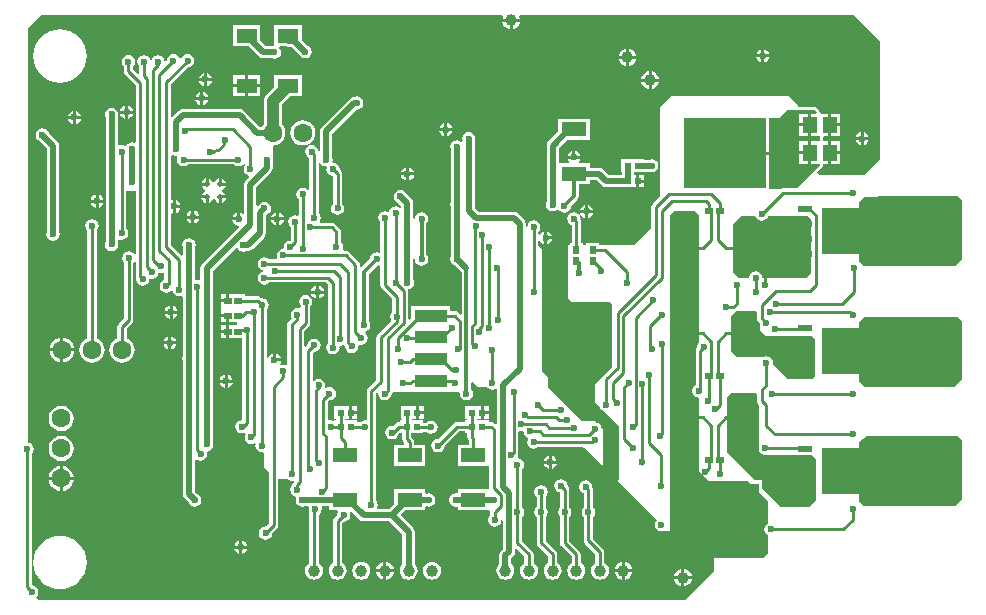
<source format=gbl>
G04 Layer_Physical_Order=2*
G04 Layer_Color=16711680*
%FSLAX25Y25*%
%MOIN*%
G70*
G01*
G75*
%ADD10C,0.01000*%
%ADD11R,0.02362X0.02165*%
%ADD14R,0.04724X0.05512*%
%ADD16R,0.27559X0.23622*%
%ADD17R,0.02441X0.02598*%
%ADD18R,0.02598X0.02441*%
%ADD19R,0.08465X0.05000*%
%ADD40R,0.05000X0.02402*%
%ADD41R,0.15000X0.15394*%
%ADD43C,0.01181*%
%ADD44C,0.03937*%
%ADD45C,0.01968*%
%ADD47C,0.06299*%
%ADD48C,0.03937*%
%ADD49C,0.02362*%
%ADD50C,0.01968*%
%ADD51C,0.02756*%
%ADD52R,0.07165X0.05000*%
%ADD53R,0.07087X0.13386*%
%ADD54R,0.11024X0.04331*%
G36*
X675373Y445753D02*
X675181Y445291D01*
X673531D01*
Y441535D01*
Y437780D01*
X676378D01*
X676378Y436039D01*
X673531D01*
Y432283D01*
Y428528D01*
X676378D01*
Y427953D01*
X668852Y420427D01*
X664173D01*
X663588Y420311D01*
X663241Y420079D01*
X659661D01*
Y431587D01*
X644882D01*
Y432587D01*
X659661D01*
Y443701D01*
X662992D01*
X665748Y446457D01*
X674669D01*
X675373Y445753D01*
D02*
G37*
G36*
X673667Y410288D02*
Y392171D01*
X672047Y390551D01*
X657342D01*
X657173Y391402D01*
X656691Y392124D01*
X655969Y392606D01*
X655118Y392775D01*
X654267Y392606D01*
X653546Y392124D01*
X653064Y391402D01*
X652894Y390551D01*
X649606D01*
X647638Y392520D01*
Y408394D01*
X650268Y411024D01*
X655019D01*
X655032Y410960D01*
X655514Y410239D01*
X656236Y409757D01*
X657087Y409587D01*
X657938Y409757D01*
X658659Y410239D01*
X659141Y410960D01*
X659154Y411024D01*
X672441D01*
X673667Y410288D01*
D02*
G37*
G36*
X724016Y416142D02*
X724016Y396850D01*
X721654Y394488D01*
X691126D01*
X689370Y396244D01*
Y415866D01*
X691126Y417622D01*
X700394Y417717D01*
X722441D01*
X724016Y416142D01*
D02*
G37*
G36*
X655557Y379088D02*
Y377165D01*
X655674Y376580D01*
X656005Y376084D01*
X656448Y375641D01*
X656438Y375590D01*
X656607Y374740D01*
X656693Y374611D01*
Y373228D01*
X658661Y371260D01*
X661123D01*
X661417Y371201D01*
X661711Y371260D01*
X673622D01*
X674803Y370079D01*
X674803Y357480D01*
X674016Y356693D01*
X665748D01*
X660778Y361663D01*
X660885Y362205D01*
X660716Y363056D01*
X660630Y363184D01*
D01*
D01*
X660234Y363777D01*
X659512Y364259D01*
X658661Y364428D01*
X657810Y364259D01*
X657493Y364047D01*
X648945D01*
X646850Y366142D01*
X646850Y377953D01*
X648186Y379288D01*
X648223Y379296D01*
X648570Y379528D01*
X655118D01*
X655557Y379088D01*
D02*
G37*
G36*
X696457Y469685D02*
Y429921D01*
X691339Y424803D01*
X676535D01*
X675603Y425736D01*
X677099Y427232D01*
X677320Y427563D01*
X677397Y427953D01*
Y428528D01*
X679224D01*
Y432283D01*
Y436039D01*
X677397D01*
X677397Y437426D01*
X677751Y437780D01*
X679224D01*
Y441536D01*
Y445291D01*
X676810D01*
X676392Y445753D01*
X676315Y446143D01*
X676094Y446474D01*
X675390Y447178D01*
X675060Y447399D01*
X674669Y447476D01*
X669291D01*
Y448032D01*
X666142Y451181D01*
X626772D01*
X623228Y447638D01*
Y417753D01*
X620730Y415255D01*
X620398Y414758D01*
X620282Y414173D01*
Y407290D01*
X614567Y401575D01*
X603008D01*
Y402063D01*
X598567D01*
Y401575D01*
X597496D01*
Y402063D01*
X596805D01*
Y409449D01*
X596689Y410034D01*
X596676Y410053D01*
X596712Y410236D01*
X596543Y411087D01*
X596061Y411809D01*
X595339Y412291D01*
X594488Y412460D01*
X593637Y412291D01*
X592916Y411809D01*
X592434Y411087D01*
X592264Y410236D01*
X592434Y409385D01*
X592916Y408664D01*
X593637Y408182D01*
X593746Y408160D01*
Y402063D01*
X593055D01*
Y401575D01*
X592520D01*
Y383858D01*
X593701Y382677D01*
X606299Y382677D01*
X607087Y381890D01*
X607087Y360667D01*
X604234Y357814D01*
X604159Y357703D01*
X601575Y355118D01*
Y349213D01*
X603215Y347573D01*
X603260Y347343D01*
X603743Y346621D01*
X604464Y346139D01*
X604694Y346093D01*
X609449Y341339D01*
X609449Y323094D01*
X608987Y322903D01*
X604331Y327559D01*
Y329528D01*
X604331Y340158D01*
X603686Y340802D01*
X603629Y341087D01*
X603147Y341809D01*
X602426Y342291D01*
X602141Y342348D01*
X601575Y342913D01*
X597244Y342913D01*
X585827Y354331D01*
X585827Y357480D01*
X583858Y359449D01*
X583858Y380315D01*
X583858Y380315D01*
Y400348D01*
X582632Y401575D01*
Y402714D01*
X583132Y402866D01*
X583467Y402364D01*
X584188Y401883D01*
X584539Y401813D01*
Y403937D01*
Y406061D01*
X584188Y405992D01*
X583467Y405510D01*
X583132Y405008D01*
X582632Y405160D01*
Y405879D01*
X582675Y405908D01*
X583157Y406629D01*
X583326Y407480D01*
X583157Y408331D01*
X582675Y409053D01*
X581953Y409535D01*
X581102Y409704D01*
X580251Y409535D01*
X579530Y409053D01*
X579048Y408331D01*
X578901Y407594D01*
X578401Y407643D01*
Y408661D01*
X578247Y409436D01*
X577809Y410092D01*
X575840Y412060D01*
X575184Y412499D01*
X574409Y412653D01*
X562649D01*
X561472Y413830D01*
Y436110D01*
X561503Y436157D01*
X561673Y437008D01*
X561503Y437859D01*
X561021Y438580D01*
X560300Y439062D01*
X559449Y439232D01*
X558598Y439062D01*
X557876Y438580D01*
X557394Y437859D01*
X557225Y437008D01*
X557384Y436207D01*
X557249Y436067D01*
X557169Y436018D01*
X556926Y435930D01*
X556363Y436306D01*
X555512Y436476D01*
X554661Y436306D01*
X553939Y435824D01*
X553457Y435103D01*
X553288Y434252D01*
X553457Y433401D01*
X553489Y433354D01*
Y415859D01*
X553457Y415812D01*
X553288Y414961D01*
X553457Y414110D01*
X553489Y414063D01*
Y397748D01*
X553457Y397701D01*
X553288Y396850D01*
X553457Y395999D01*
X553939Y395278D01*
X554661Y394796D01*
X554716Y394785D01*
X557040Y392461D01*
Y378454D01*
X556578Y378262D01*
X555806Y379034D01*
X555310Y379366D01*
X554724Y379482D01*
X553362D01*
Y381118D01*
X540339D01*
Y377147D01*
X539787Y376595D01*
X539325Y376786D01*
Y386221D01*
X539210Y386799D01*
X539827Y386922D01*
X540549Y387404D01*
X541031Y388125D01*
X541200Y388976D01*
X541031Y389827D01*
X541000Y389874D01*
Y396688D01*
X541500Y396737D01*
X541646Y395999D01*
X542128Y395278D01*
X542850Y394796D01*
X543701Y394627D01*
X544552Y394796D01*
X545273Y395278D01*
X545755Y395999D01*
X545925Y396850D01*
X545755Y397701D01*
X545323Y398349D01*
Y408737D01*
X545755Y409385D01*
X545925Y410236D01*
X545755Y411087D01*
X545273Y411809D01*
X544552Y412291D01*
X543701Y412460D01*
X542850Y412291D01*
X542128Y411809D01*
X541646Y411087D01*
X541500Y410350D01*
X541000Y410399D01*
Y415354D01*
X540845Y416128D01*
X540407Y416785D01*
X538680Y418512D01*
X538669Y418568D01*
X538187Y419289D01*
X537465Y419771D01*
X536614Y419940D01*
X535763Y419771D01*
X535042Y419289D01*
X534560Y418568D01*
X534390Y417717D01*
X534560Y416865D01*
X535042Y416144D01*
X535763Y415662D01*
X535819Y415651D01*
X536910Y414559D01*
X536862Y414103D01*
X536419Y413906D01*
X535890Y414259D01*
X535039Y414429D01*
X534188Y414259D01*
X533467Y413777D01*
X532985Y413056D01*
X532933Y412793D01*
X532471Y412602D01*
X532347Y412684D01*
X531496Y412854D01*
X530645Y412684D01*
X529924Y412202D01*
X529441Y411481D01*
X529272Y410630D01*
X529441Y409779D01*
X529924Y409057D01*
X529967Y409029D01*
Y399210D01*
X529467Y398930D01*
X528740Y399074D01*
X527889Y398905D01*
X527168Y398423D01*
X526686Y397701D01*
X526534Y396937D01*
X523683Y394087D01*
X523183Y394294D01*
Y394882D01*
X523067Y395467D01*
X522735Y395963D01*
X519585Y399113D01*
X519089Y399445D01*
X518504Y399561D01*
X517714D01*
X517434Y400061D01*
X517578Y400787D01*
X517409Y401638D01*
X516927Y402360D01*
X516884Y402389D01*
Y405905D01*
X516767Y406491D01*
X516436Y406987D01*
X515255Y408168D01*
X514861Y408562D01*
X514365Y408893D01*
X513779Y409010D01*
X510016D01*
X509749Y409510D01*
X509929Y409779D01*
X510098Y410630D01*
X509929Y411481D01*
X509446Y412202D01*
X509403Y412231D01*
Y428699D01*
X509903Y428850D01*
X510239Y428349D01*
X510960Y427867D01*
X511668Y427726D01*
X511813Y427693D01*
X512041Y427233D01*
X511949Y426772D01*
X512119Y425921D01*
X512601Y425199D01*
X513322Y424717D01*
X514173Y424548D01*
X514219Y424510D01*
Y415381D01*
X514176Y415352D01*
X513694Y414631D01*
X513524Y413779D01*
X513694Y412928D01*
X514176Y412207D01*
X514897Y411725D01*
X515748Y411556D01*
X516599Y411725D01*
X517320Y412207D01*
X517803Y412928D01*
X517972Y413779D01*
X517803Y414631D01*
X517320Y415352D01*
X517277Y415381D01*
Y425197D01*
X517161Y425782D01*
X516829Y426278D01*
X516387Y426721D01*
X516397Y426772D01*
X516228Y427623D01*
X515746Y428344D01*
X515024Y428826D01*
X514316Y428967D01*
X514171Y429000D01*
X513943Y429459D01*
X514035Y429921D01*
X513866Y430772D01*
X513834Y430819D01*
Y438532D01*
X521922Y446620D01*
X522047Y446595D01*
X522898Y446764D01*
X523620Y447246D01*
X524102Y447968D01*
X524271Y448819D01*
X524102Y449670D01*
X523620Y450391D01*
X522898Y450873D01*
X522047Y451043D01*
X521196Y450873D01*
X521102Y450811D01*
X520486Y450688D01*
X519829Y450249D01*
X510381Y440801D01*
X509942Y440144D01*
X509788Y439370D01*
Y432840D01*
X509288Y432791D01*
X509141Y433528D01*
X508659Y434250D01*
X507938Y434732D01*
X507087Y434901D01*
X506236Y434732D01*
X505514Y434250D01*
X505032Y433528D01*
X504863Y432677D01*
X505032Y431826D01*
X505514Y431105D01*
X506236Y430623D01*
X506345Y430601D01*
Y420070D01*
X505845Y419918D01*
X505805Y419978D01*
X505083Y420460D01*
X504232Y420629D01*
X503381Y420460D01*
X502660Y419978D01*
X502178Y419256D01*
X502008Y418405D01*
X502178Y417555D01*
X502660Y416833D01*
X502703Y416804D01*
Y411644D01*
X502203Y411318D01*
X501575Y411443D01*
X500724Y411273D01*
X500002Y410791D01*
X499520Y410070D01*
X499351Y409219D01*
X499520Y408368D01*
X500002Y407646D01*
X500045Y407618D01*
Y403049D01*
X500000Y403011D01*
X499149Y402842D01*
X498427Y402360D01*
X497945Y401638D01*
X497776Y400787D01*
X497794Y400695D01*
X497447Y400217D01*
X496787Y400086D01*
X496065Y399604D01*
X495583Y398883D01*
X495414Y398031D01*
X495559Y397305D01*
X495279Y396805D01*
X492940D01*
X492911Y396848D01*
X492190Y397330D01*
X491339Y397499D01*
X490488Y397330D01*
X489766Y396848D01*
X489284Y396127D01*
X489115Y395276D01*
X489284Y394425D01*
X489766Y393703D01*
X490488Y393221D01*
X490753Y393168D01*
Y392658D01*
X490488Y392606D01*
X489766Y392124D01*
X489284Y391402D01*
X489115Y390551D01*
X489284Y389700D01*
X489766Y388979D01*
X490488Y388497D01*
X491339Y388327D01*
X492190Y388497D01*
X492911Y388979D01*
X492940Y389022D01*
X511965D01*
X512644Y388343D01*
Y368924D01*
X512601Y368895D01*
X512119Y368174D01*
X511949Y367323D01*
X512119Y366472D01*
X512601Y365750D01*
X513322Y365268D01*
X514173Y365099D01*
X515024Y365268D01*
X515746Y365750D01*
X516228Y366472D01*
X516397Y367323D01*
X516332Y367651D01*
X516535Y367855D01*
X517386Y368024D01*
X517841Y368328D01*
X517878Y368312D01*
X518210Y367816D01*
X518259Y367767D01*
X518249Y367717D01*
X518418Y366865D01*
X518900Y366144D01*
X519621Y365662D01*
X520472Y365493D01*
X521323Y365662D01*
X522045Y366144D01*
X522527Y366865D01*
X522696Y367717D01*
X522651Y367942D01*
X523079Y368357D01*
X523622Y368249D01*
X524473Y368418D01*
X525195Y368900D01*
X525677Y369621D01*
X525846Y370472D01*
X525677Y371323D01*
X525195Y372045D01*
X524986Y372184D01*
X525092Y372715D01*
X525260Y372749D01*
X525982Y373231D01*
X526464Y373952D01*
X526633Y374803D01*
X526464Y375654D01*
X526031Y376302D01*
Y391848D01*
X528827Y394644D01*
X529467Y394771D01*
X529967Y394491D01*
Y388189D01*
X530083Y387604D01*
X530415Y387107D01*
X533904Y383618D01*
Y379160D01*
X533861Y379132D01*
X533379Y378410D01*
X533209Y377559D01*
X533379Y376708D01*
X533625Y376339D01*
X529135Y371849D01*
X528804Y371353D01*
X528687Y370768D01*
Y356637D01*
X525887Y353837D01*
X525556Y353341D01*
X525439Y352756D01*
Y343413D01*
X525053Y343095D01*
X524882Y343129D01*
X524031Y342960D01*
X523309Y342478D01*
X523281Y342435D01*
X522358D01*
Y343028D01*
X518262D01*
Y343587D01*
X519579D01*
Y345669D01*
Y347752D01*
X514551D01*
Y343587D01*
X515203D01*
Y343028D01*
X514650D01*
X514650Y343028D01*
X514150Y343017D01*
X513386Y343169D01*
X512940Y343080D01*
X512553Y343397D01*
Y349366D01*
X512941Y349755D01*
X512992Y349745D01*
X513843Y349914D01*
X514565Y350396D01*
X515047Y351117D01*
X515216Y351969D01*
X515047Y352819D01*
X514565Y353541D01*
X513843Y354023D01*
X512992Y354192D01*
X512141Y354023D01*
X512028Y353947D01*
X511578Y354248D01*
X511673Y354724D01*
X511503Y355575D01*
X511021Y356297D01*
X510300Y356779D01*
X509449Y356948D01*
X508598Y356779D01*
X507935Y356336D01*
X507435Y356468D01*
Y365508D01*
X507823Y365897D01*
X507874Y365886D01*
X508725Y366056D01*
X509446Y366538D01*
X509929Y367259D01*
X510098Y368110D01*
X509929Y368961D01*
X509446Y369683D01*
X508725Y370165D01*
X507874Y370334D01*
X507023Y370165D01*
X506301Y369683D01*
X505820Y368961D01*
X505650Y368110D01*
X505660Y368059D01*
X505179Y367578D01*
X504679Y367785D01*
Y372989D01*
X506200Y374509D01*
X506531Y375005D01*
X506647Y375590D01*
Y381076D01*
X506691Y381105D01*
X507173Y381826D01*
X507342Y382677D01*
X507173Y383528D01*
X506691Y384250D01*
X505969Y384732D01*
X505118Y384901D01*
X504267Y384732D01*
X503546Y384250D01*
X503064Y383528D01*
X502894Y382677D01*
X503064Y381826D01*
X503508Y381161D01*
X503453Y380738D01*
X503008Y380442D01*
X502362Y380570D01*
X501511Y380401D01*
X500790Y379919D01*
X500308Y379198D01*
X500138Y378346D01*
X500308Y377495D01*
X500554Y377127D01*
X499312Y375885D01*
X498981Y375388D01*
X498864Y374803D01*
Y361808D01*
X498364Y361528D01*
X497638Y361673D01*
X496787Y361503D01*
X496780Y361499D01*
X496420Y361860D01*
X496740Y362338D01*
X496809Y362689D01*
X494685D01*
Y363189D01*
X494185D01*
Y365313D01*
X493834Y365244D01*
X493113Y364761D01*
X492630Y364040D01*
X492581Y363789D01*
X492081Y363838D01*
Y379895D01*
X492124Y379924D01*
X492606Y380645D01*
X492775Y381496D01*
X492606Y382347D01*
X492124Y383069D01*
X491402Y383551D01*
X490551Y383720D01*
X490500Y383710D01*
X490255Y383956D01*
X489758Y384287D01*
X489173Y384403D01*
X484898D01*
Y385094D01*
X479634D01*
Y382874D01*
X479134D01*
Y382374D01*
X476835D01*
Y380654D01*
X476835D01*
Y380173D01*
X476835D01*
Y378453D01*
X479134D01*
Y377953D01*
X479634D01*
Y375732D01*
X482087D01*
Y374858D01*
X479634D01*
Y372638D01*
Y370417D01*
X483904D01*
Y343206D01*
X483858Y343169D01*
X483007Y342999D01*
X482286Y342517D01*
X481804Y341796D01*
X481634Y340945D01*
X481804Y340094D01*
X482286Y339372D01*
X483007Y338890D01*
X483858Y338721D01*
X484709Y338890D01*
X484834Y338973D01*
X485194Y338613D01*
X484953Y338253D01*
X484784Y337402D01*
X484953Y336551D01*
X485435Y335829D01*
X486157Y335347D01*
X487008Y335178D01*
X487859Y335347D01*
X487972Y335423D01*
X488422Y335122D01*
X488327Y334646D01*
X488497Y333795D01*
X488979Y333073D01*
X489700Y332591D01*
X490551Y332422D01*
X490755Y332462D01*
X491142Y332145D01*
Y327559D01*
X492959Y325742D01*
Y308901D01*
X491783Y307726D01*
X491732Y307736D01*
X490881Y307566D01*
X490160Y307084D01*
X489678Y306363D01*
X489508Y305512D01*
X489678Y304661D01*
X490160Y303939D01*
X490881Y303457D01*
X491732Y303288D01*
X492583Y303457D01*
X493305Y303939D01*
X493787Y304661D01*
X493956Y305512D01*
X493946Y305563D01*
X495570Y307186D01*
X495901Y307682D01*
X496018Y308268D01*
Y323622D01*
X498825D01*
X499543Y323142D01*
X500394Y322973D01*
X500915Y323077D01*
X501162Y322616D01*
X501084Y322538D01*
X500752Y322042D01*
X500642Y321487D01*
X500593Y321454D01*
X500111Y320733D01*
X499941Y319882D01*
X500111Y319031D01*
X500593Y318309D01*
X501314Y317827D01*
X501585Y317773D01*
X501848Y317212D01*
X501713Y316535D01*
X501883Y315684D01*
X502364Y314963D01*
X503086Y314481D01*
X503937Y314312D01*
X504788Y314481D01*
X504835Y314512D01*
X505842D01*
X506169Y314012D01*
X506044Y313386D01*
X506213Y312535D01*
X506345Y312338D01*
Y295482D01*
X505757Y295030D01*
X505281Y294410D01*
X504982Y293688D01*
X504880Y292913D01*
X504982Y292139D01*
X505281Y291416D01*
X505757Y290796D01*
X506377Y290320D01*
X507099Y290021D01*
X507874Y289919D01*
X508649Y290021D01*
X509371Y290320D01*
X509991Y290796D01*
X510467Y291416D01*
X510766Y292139D01*
X510868Y292913D01*
X510766Y293688D01*
X510467Y294410D01*
X509991Y295030D01*
X509403Y295482D01*
Y311522D01*
X509840Y311813D01*
X510322Y312535D01*
X510492Y313386D01*
X510367Y314012D01*
X510694Y314512D01*
X512878D01*
Y313035D01*
X515573D01*
X515840Y312535D01*
X515662Y312268D01*
X515493Y311417D01*
X515503Y311367D01*
X514667Y310530D01*
X514335Y310034D01*
X514219Y309449D01*
Y295482D01*
X513631Y295030D01*
X513155Y294410D01*
X512856Y293688D01*
X512754Y292913D01*
X512856Y292139D01*
X513155Y291416D01*
X513631Y290796D01*
X514251Y290320D01*
X514973Y290021D01*
X515748Y289919D01*
X516523Y290021D01*
X517245Y290320D01*
X517865Y290796D01*
X518341Y291416D01*
X518640Y292139D01*
X518742Y292913D01*
X518640Y293688D01*
X518341Y294410D01*
X517865Y295030D01*
X517277Y295482D01*
Y308815D01*
X517666Y309204D01*
X517717Y309193D01*
X518568Y309363D01*
X519289Y309845D01*
X519771Y310566D01*
X519940Y311417D01*
X519795Y312150D01*
X519946Y312508D01*
X520085Y312699D01*
X520261Y312725D01*
X522999Y309987D01*
X523655Y309548D01*
X524429Y309394D01*
X533001D01*
X537347Y305048D01*
Y295103D01*
X537253Y295030D01*
X536777Y294410D01*
X536478Y293688D01*
X536376Y292913D01*
X536478Y292139D01*
X536777Y291416D01*
X537253Y290796D01*
X537873Y290320D01*
X538595Y290021D01*
X539370Y289919D01*
X540145Y290021D01*
X540867Y290320D01*
X541487Y290796D01*
X541963Y291416D01*
X542262Y292139D01*
X542364Y292913D01*
X542262Y293688D01*
X541963Y294410D01*
X541487Y295030D01*
X541393Y295103D01*
Y305886D01*
X541239Y306660D01*
X540801Y307316D01*
X536700Y311417D01*
X538318Y313035D01*
X544996D01*
Y314053D01*
X545009Y314079D01*
X545496Y314424D01*
X546063Y314312D01*
X546914Y314481D01*
X547636Y314963D01*
X548117Y315684D01*
X548287Y316535D01*
X548117Y317387D01*
X547636Y318108D01*
X546914Y318590D01*
X546063Y318759D01*
X545496Y318647D01*
X545009Y318992D01*
X544996Y319018D01*
Y320035D01*
X534531D01*
Y314971D01*
X533001Y313440D01*
X529106D01*
X528871Y313881D01*
X529023Y314110D01*
X529192Y314961D01*
X529023Y315812D01*
X528541Y316533D01*
X528498Y316562D01*
Y352122D01*
X528866Y352491D01*
X529327Y352245D01*
X529272Y351969D01*
X529441Y351117D01*
X529924Y350396D01*
X530645Y349914D01*
X531496Y349745D01*
X532347Y349914D01*
X533069Y350396D01*
X533551Y351117D01*
X533720Y351969D01*
X533710Y352019D01*
X533759Y352068D01*
X534090Y352564D01*
X556046D01*
X556478Y352170D01*
X556438Y351969D01*
X556607Y351117D01*
X557089Y350396D01*
X557810Y349914D01*
X558661Y349745D01*
X559512Y349914D01*
X560234Y350396D01*
X560716Y351117D01*
X560885Y351969D01*
X560716Y352819D01*
X560283Y353467D01*
Y355545D01*
X560783Y355752D01*
X562205Y354331D01*
X565489D01*
X565750Y353939D01*
X566472Y353457D01*
X567323Y353288D01*
X568174Y353457D01*
X568402Y353610D01*
X568843Y353374D01*
Y341901D01*
X568343Y341694D01*
X568011Y342026D01*
X567514Y342358D01*
X566929Y342474D01*
X566059D01*
Y343028D01*
X562061D01*
Y343587D01*
X563378D01*
Y345669D01*
Y347752D01*
X558350D01*
Y343587D01*
X559002D01*
Y343028D01*
X558350D01*
Y342474D01*
X555512D01*
X554926Y342358D01*
X554430Y342026D01*
X549263Y336859D01*
X549213Y336870D01*
X548362Y336700D01*
X547640Y336218D01*
X547158Y335497D01*
X546989Y334646D01*
X547158Y333795D01*
X547640Y333073D01*
X548362Y332591D01*
X549213Y332422D01*
X550064Y332591D01*
X550785Y333073D01*
X551267Y333795D01*
X551436Y334646D01*
X551426Y334697D01*
X556145Y339416D01*
X558350D01*
Y338862D01*
X559002D01*
Y337500D01*
X559119Y336915D01*
X559450Y336419D01*
X559494Y336374D01*
Y334996D01*
X555791D01*
Y327996D01*
X566187D01*
Y320551D01*
X566190Y320535D01*
X565780Y320035D01*
X555791D01*
Y319019D01*
X555405Y318702D01*
X555118Y318759D01*
X554267Y318590D01*
X553546Y318108D01*
X553064Y317387D01*
X552894Y316535D01*
X553064Y315684D01*
X553546Y314963D01*
X554267Y314481D01*
X555118Y314312D01*
X555405Y314369D01*
X555791Y314051D01*
Y313035D01*
X566158D01*
X566596Y312677D01*
X566581Y312598D01*
Y311444D01*
X566538Y311415D01*
X566056Y310694D01*
X565886Y309842D01*
X566056Y308992D01*
X566538Y308270D01*
X567259Y307788D01*
X568110Y307619D01*
X568961Y307788D01*
X569683Y308270D01*
X570165Y308992D01*
X570311Y309729D01*
X570812Y309680D01*
Y300051D01*
X570223Y299462D01*
X569784Y298806D01*
X569630Y298031D01*
Y295103D01*
X569536Y295030D01*
X569061Y294410D01*
X568761Y293688D01*
X568659Y292913D01*
X568761Y292139D01*
X569061Y291416D01*
X569536Y290796D01*
X570156Y290320D01*
X570879Y290021D01*
X571654Y289919D01*
X572429Y290021D01*
X573151Y290320D01*
X573771Y290796D01*
X574247Y291416D01*
X574546Y292139D01*
X574648Y292913D01*
X574546Y293688D01*
X574247Y294410D01*
X573771Y295030D01*
X573677Y295103D01*
Y297194D01*
X574265Y297782D01*
X574704Y298438D01*
X574858Y299213D01*
Y300279D01*
X575320Y300470D01*
X577998Y297792D01*
Y295482D01*
X577410Y295030D01*
X576935Y294410D01*
X576636Y293688D01*
X576533Y292913D01*
X576636Y292139D01*
X576935Y291416D01*
X577410Y290796D01*
X578030Y290320D01*
X578753Y290021D01*
X579528Y289919D01*
X580302Y290021D01*
X581025Y290320D01*
X581645Y290796D01*
X582121Y291416D01*
X582420Y292139D01*
X582522Y292913D01*
X582420Y293688D01*
X582121Y294410D01*
X581645Y295030D01*
X581057Y295482D01*
Y298425D01*
X580940Y299010D01*
X580609Y299507D01*
X577218Y302897D01*
Y310899D01*
X577261Y310928D01*
X577743Y311649D01*
X577913Y312500D01*
X577743Y313351D01*
X577261Y314072D01*
X577218Y314101D01*
Y326647D01*
X577261Y326676D01*
X577743Y327397D01*
X577913Y328248D01*
X577743Y329099D01*
X577261Y329820D01*
X576540Y330303D01*
X576097Y330391D01*
X575704Y330628D01*
X575734Y330934D01*
X575846Y331496D01*
X575809Y331679D01*
X575822Y331698D01*
X575939Y332283D01*
Y339280D01*
X576325Y339597D01*
X576772Y339508D01*
X577233Y339600D01*
X577693Y339372D01*
X577726Y339227D01*
X577867Y338519D01*
X578349Y337798D01*
X578934Y337407D01*
X579149Y336829D01*
X579048Y336678D01*
X578878Y335827D01*
X579048Y334976D01*
X579530Y334254D01*
X580251Y333772D01*
X581102Y333603D01*
X581953Y333772D01*
X582675Y334254D01*
X582704Y334297D01*
X597592D01*
X622050Y309840D01*
X621567Y309119D01*
X621398Y308268D01*
X621567Y307417D01*
X622050Y306695D01*
X622771Y306213D01*
X623622Y306044D01*
X624473Y306213D01*
X626378Y306213D01*
X626378Y324803D01*
X626378Y337008D01*
X626378Y411417D01*
X627953Y412992D01*
X634646Y412992D01*
X636220Y411417D01*
X636220Y369069D01*
X635780Y368410D01*
X635611Y367559D01*
X635621Y367508D01*
X635533Y367420D01*
X635201Y366924D01*
X635085Y366339D01*
Y354708D01*
X634648Y354416D01*
X634166Y353694D01*
X633997Y352843D01*
X634166Y351992D01*
X634648Y351271D01*
X635369Y350789D01*
X636221Y350619D01*
X636221Y337008D01*
Y325984D01*
X639370Y322835D01*
X652362Y322835D01*
X659055Y316142D01*
X659055Y308527D01*
X658664Y308265D01*
X658182Y307544D01*
X658012Y306693D01*
X658182Y305842D01*
X658664Y305120D01*
X659055Y304859D01*
X659055Y298819D01*
X657480Y297244D01*
X641339Y297244D01*
X641339Y292913D01*
X631496Y283071D01*
X627165Y283071D01*
X416142Y283071D01*
X415317Y283896D01*
X415352Y284254D01*
X415834Y284976D01*
X416003Y285827D01*
X415834Y286678D01*
X415352Y287399D01*
X414631Y287881D01*
X413779Y288051D01*
X413734Y288088D01*
Y331863D01*
X413777Y331892D01*
X414259Y332613D01*
X414429Y333465D01*
X414259Y334316D01*
X413777Y335037D01*
X413056Y335519D01*
X412598Y335610D01*
Y474016D01*
X416732Y478150D01*
X570650D01*
X570936Y477650D01*
X570730Y477153D01*
X570694Y476878D01*
X576550D01*
X576514Y477153D01*
X576308Y477650D01*
X576594Y478150D01*
X687992D01*
X696457Y469685D01*
D02*
G37*
G36*
X655557Y351529D02*
Y349606D01*
X655674Y349021D01*
X656005Y348525D01*
X656299Y348231D01*
Y334838D01*
X656213Y334709D01*
X656044Y333858D01*
X656213Y333007D01*
X656695Y332286D01*
X657417Y331804D01*
X657604Y331767D01*
X657874Y331496D01*
X667996D01*
Y331421D01*
X673697D01*
X675197Y329921D01*
Y316535D01*
X672784Y314122D01*
X663622Y314122D01*
X657665Y320079D01*
X657299Y320445D01*
Y323047D01*
X654697D01*
X645669Y332075D01*
X645669Y350787D01*
X646913Y352031D01*
X655055D01*
X655557Y351529D01*
D02*
G37*
G36*
X724016Y375984D02*
X724016Y356693D01*
X721654Y354331D01*
X691126D01*
X689370Y356087D01*
Y375709D01*
X691126Y377559D01*
X722441D01*
X724016Y375984D01*
D02*
G37*
G36*
Y336221D02*
X724016Y316929D01*
X721654Y314567D01*
X691126D01*
X689370Y316323D01*
Y335945D01*
X692126Y337795D01*
X722441D01*
X724016Y336221D01*
D02*
G37*
%LPC*%
G36*
X672532Y445291D02*
X669669D01*
Y442035D01*
X672532D01*
Y445291D01*
D02*
G37*
G36*
X672532Y431783D02*
X669669D01*
Y428528D01*
X672532D01*
Y431783D01*
D02*
G37*
G36*
X672532Y441035D02*
X669669D01*
Y437780D01*
X672532D01*
Y441035D01*
D02*
G37*
G36*
X672532Y436039D02*
X669669D01*
Y432783D01*
X672532D01*
Y436039D01*
D02*
G37*
G36*
X423358Y370655D02*
X422775Y370578D01*
X421766Y370160D01*
X420899Y369495D01*
X420234Y368628D01*
X419815Y367619D01*
X419739Y367035D01*
X423358D01*
Y370655D01*
D02*
G37*
G36*
X461967Y368398D02*
X460343D01*
Y366773D01*
X460694Y366843D01*
X461415Y367325D01*
X461897Y368047D01*
X461967Y368398D01*
D02*
G37*
G36*
X460343Y371022D02*
Y369398D01*
X461967D01*
X461897Y369749D01*
X461415Y370470D01*
X460694Y370952D01*
X460343Y371022D01*
D02*
G37*
G36*
X478634Y372138D02*
X476835D01*
Y370417D01*
X478634D01*
Y372138D01*
D02*
G37*
G36*
X424358Y370655D02*
Y367035D01*
X427978D01*
X427901Y367619D01*
X427483Y368628D01*
X426818Y369495D01*
X425951Y370160D01*
X424941Y370578D01*
X424358Y370655D01*
D02*
G37*
G36*
X459342Y371022D02*
X458991Y370952D01*
X458270Y370470D01*
X457788Y369749D01*
X457718Y369398D01*
X459342D01*
Y371022D01*
D02*
G37*
G36*
X478083Y358266D02*
X477732Y358196D01*
X477010Y357714D01*
X476528Y356993D01*
X476458Y356642D01*
X478083D01*
Y358266D01*
D02*
G37*
G36*
X479083D02*
Y356642D01*
X480707D01*
X480637Y356993D01*
X480155Y357714D01*
X479434Y358196D01*
X479083Y358266D01*
D02*
G37*
G36*
X478083Y355642D02*
X476458D01*
X476528Y355291D01*
X477010Y354569D01*
X477732Y354087D01*
X478083Y354017D01*
Y355642D01*
D02*
G37*
G36*
X480707D02*
X479083D01*
Y354017D01*
X479434Y354087D01*
X480155Y354569D01*
X480637Y355291D01*
X480707Y355642D01*
D02*
G37*
G36*
X433858Y410098D02*
X433007Y409929D01*
X432286Y409446D01*
X431804Y408725D01*
X431634Y407874D01*
X431804Y407023D01*
X432286Y406301D01*
X432329Y406273D01*
Y370393D01*
X431766Y370160D01*
X430899Y369495D01*
X430234Y368628D01*
X429815Y367619D01*
X429673Y366535D01*
X429815Y365452D01*
X430234Y364443D01*
X430899Y363576D01*
X431766Y362911D01*
X432775Y362493D01*
X433858Y362350D01*
X434941Y362493D01*
X435951Y362911D01*
X436818Y363576D01*
X437483Y364443D01*
X437901Y365452D01*
X438044Y366535D01*
X437901Y367619D01*
X437483Y368628D01*
X436818Y369495D01*
X435951Y370160D01*
X435388Y370393D01*
Y406273D01*
X435431Y406301D01*
X435913Y407023D01*
X436082Y407874D01*
X435913Y408725D01*
X435431Y409446D01*
X434709Y409929D01*
X433858Y410098D01*
D02*
G37*
G36*
X495185Y365313D02*
Y363689D01*
X496809D01*
X496740Y364040D01*
X496257Y364761D01*
X495536Y365244D01*
X495185Y365313D01*
D02*
G37*
G36*
X459342Y368398D02*
X457718D01*
X457788Y368047D01*
X458270Y367325D01*
X458991Y366843D01*
X459342Y366773D01*
Y368398D01*
D02*
G37*
G36*
X423358Y366035D02*
X419739D01*
X419815Y365452D01*
X420234Y364443D01*
X420899Y363576D01*
X421766Y362911D01*
X422775Y362493D01*
X423358Y362416D01*
Y366035D01*
D02*
G37*
G36*
X427978D02*
X424358D01*
Y362416D01*
X424941Y362493D01*
X425951Y362911D01*
X426818Y363576D01*
X427483Y364443D01*
X427901Y365452D01*
X427978Y366035D01*
D02*
G37*
G36*
X417323Y440413D02*
X416472Y440243D01*
X415750Y439761D01*
X415268Y439040D01*
X415099Y438189D01*
X415268Y437338D01*
X415750Y436617D01*
X416472Y436134D01*
X416527Y436123D01*
X418843Y433808D01*
Y406016D01*
X418812Y405969D01*
X418642Y405118D01*
X418812Y404267D01*
X419294Y403546D01*
X420015Y403063D01*
X420866Y402894D01*
X421717Y403063D01*
X422439Y403546D01*
X422921Y404267D01*
X423090Y405118D01*
X422921Y405969D01*
X422889Y406016D01*
Y434646D01*
X422735Y435420D01*
X422297Y436076D01*
X419388Y438984D01*
X419377Y439040D01*
X418895Y439761D01*
X418174Y440243D01*
X417323Y440413D01*
D02*
G37*
G36*
X585539Y406061D02*
Y404437D01*
X587164D01*
X587094Y404788D01*
X586612Y405510D01*
X585890Y405992D01*
X585539Y406061D01*
D02*
G37*
G36*
X509555Y387951D02*
Y386327D01*
X511179D01*
X511110Y386678D01*
X510628Y387399D01*
X509906Y387881D01*
X509555Y387951D01*
D02*
G37*
G36*
X587164Y403437D02*
X585539D01*
Y401813D01*
X585890Y401883D01*
X586612Y402364D01*
X587094Y403086D01*
X587164Y403437D01*
D02*
G37*
G36*
X495169Y409736D02*
X493545D01*
X493615Y409385D01*
X494097Y408664D01*
X494818Y408182D01*
X495169Y408112D01*
Y409736D01*
D02*
G37*
G36*
X600845Y412197D02*
X599221D01*
Y410572D01*
X599572Y410642D01*
X600293Y411124D01*
X600775Y411846D01*
X600845Y412197D01*
D02*
G37*
G36*
X495169Y412361D02*
X494818Y412291D01*
X494097Y411809D01*
X493615Y411087D01*
X493545Y410736D01*
X495169D01*
Y412361D01*
D02*
G37*
G36*
X497794Y409736D02*
X496169D01*
Y408112D01*
X496520Y408182D01*
X497242Y408664D01*
X497724Y409385D01*
X497794Y409736D01*
D02*
G37*
G36*
X598220Y412197D02*
X596596D01*
X596666Y411846D01*
X597148Y411124D01*
X597869Y410642D01*
X598220Y410572D01*
Y412197D01*
D02*
G37*
G36*
X508555Y387951D02*
X508204Y387881D01*
X507483Y387399D01*
X507001Y386678D01*
X506931Y386327D01*
X508555D01*
Y387951D01*
D02*
G37*
G36*
X459736Y378634D02*
X458112D01*
X458182Y378283D01*
X458664Y377561D01*
X459385Y377079D01*
X459736Y377010D01*
Y378634D01*
D02*
G37*
G36*
X462361D02*
X460736D01*
Y377010D01*
X461087Y377079D01*
X461809Y377561D01*
X462291Y378283D01*
X462361Y378634D01*
D02*
G37*
G36*
X478634Y374858D02*
X476835D01*
Y373138D01*
X478634D01*
Y374858D01*
D02*
G37*
G36*
Y377453D02*
X476835D01*
Y375732D01*
X478634D01*
Y377453D01*
D02*
G37*
G36*
X459736Y381258D02*
X459385Y381188D01*
X458664Y380706D01*
X458182Y379985D01*
X458112Y379634D01*
X459736D01*
Y381258D01*
D02*
G37*
G36*
X508555Y385327D02*
X506931D01*
X507001Y384976D01*
X507483Y384254D01*
X508204Y383772D01*
X508555Y383702D01*
Y385327D01*
D02*
G37*
G36*
X511179D02*
X509555D01*
Y383702D01*
X509906Y383772D01*
X510628Y384254D01*
X511110Y384976D01*
X511179Y385327D01*
D02*
G37*
G36*
X460736Y381258D02*
Y379634D01*
X462361D01*
X462291Y379985D01*
X461809Y380706D01*
X461087Y381188D01*
X460736Y381258D01*
D02*
G37*
G36*
X478634Y385094D02*
X476835D01*
Y383374D01*
X478634D01*
Y385094D01*
D02*
G37*
G36*
X630315Y293586D02*
X630040Y293550D01*
X629318Y293250D01*
X628698Y292775D01*
X628222Y292155D01*
X627923Y291432D01*
X627887Y291158D01*
X630315D01*
Y293586D01*
D02*
G37*
G36*
X631315D02*
Y291158D01*
X633743D01*
X633707Y291432D01*
X633408Y292155D01*
X632932Y292775D01*
X632312Y293250D01*
X631590Y293550D01*
X631315Y293586D01*
D02*
G37*
G36*
X610524Y292413D02*
X608095D01*
X608132Y292139D01*
X608431Y291416D01*
X608907Y290796D01*
X609527Y290320D01*
X610249Y290021D01*
X610524Y289985D01*
Y292413D01*
D02*
G37*
G36*
X613952D02*
X611524D01*
Y289985D01*
X611799Y290021D01*
X612521Y290320D01*
X613141Y290796D01*
X613617Y291416D01*
X613916Y292139D01*
X613952Y292413D01*
D02*
G37*
G36*
X530996Y295842D02*
X530721Y295806D01*
X529999Y295506D01*
X529379Y295030D01*
X528903Y294410D01*
X528604Y293688D01*
X528568Y293413D01*
X530996D01*
Y295842D01*
D02*
G37*
G36*
X611524D02*
Y293413D01*
X613952D01*
X613916Y293688D01*
X613617Y294410D01*
X613141Y295030D01*
X612521Y295506D01*
X611799Y295806D01*
X611524Y295842D01*
D02*
G37*
G36*
X482965Y300287D02*
X481340D01*
X481410Y299936D01*
X481892Y299215D01*
X482614Y298733D01*
X482965Y298663D01*
Y300287D01*
D02*
G37*
G36*
X531996Y295842D02*
Y293413D01*
X534424D01*
X534388Y293688D01*
X534089Y294410D01*
X533613Y295030D01*
X532993Y295506D01*
X532271Y295806D01*
X531996Y295842D01*
D02*
G37*
G36*
X610524D02*
X610249Y295806D01*
X609527Y295506D01*
X608907Y295030D01*
X608431Y294410D01*
X608132Y293688D01*
X608095Y293413D01*
X610524D01*
Y295842D01*
D02*
G37*
G36*
X534424Y292413D02*
X531996D01*
Y289985D01*
X532271Y290021D01*
X532993Y290320D01*
X533613Y290796D01*
X534089Y291416D01*
X534388Y292139D01*
X534424Y292413D01*
D02*
G37*
G36*
X633743Y290158D02*
X631315D01*
Y287729D01*
X631590Y287765D01*
X632312Y288065D01*
X632932Y288540D01*
X633408Y289160D01*
X633707Y289882D01*
X633743Y290158D01*
D02*
G37*
G36*
X523622Y295907D02*
X522847Y295806D01*
X522125Y295506D01*
X521505Y295030D01*
X521029Y294410D01*
X520730Y293688D01*
X520628Y292913D01*
X520730Y292139D01*
X521029Y291416D01*
X521505Y290796D01*
X522125Y290320D01*
X522847Y290021D01*
X523622Y289919D01*
X524397Y290021D01*
X525119Y290320D01*
X525739Y290796D01*
X526215Y291416D01*
X526514Y292139D01*
X526616Y292913D01*
X526514Y293688D01*
X526215Y294410D01*
X525739Y295030D01*
X525119Y295506D01*
X524397Y295806D01*
X523622Y295907D01*
D02*
G37*
G36*
X423228Y304586D02*
X421489Y304415D01*
X419816Y303907D01*
X418274Y303083D01*
X416923Y301975D01*
X415814Y300623D01*
X414990Y299082D01*
X414483Y297409D01*
X414311Y295669D01*
X414483Y293930D01*
X414990Y292257D01*
X415814Y290715D01*
X416923Y289364D01*
X418274Y288255D01*
X419816Y287431D01*
X421489Y286924D01*
X423228Y286752D01*
X424968Y286924D01*
X426641Y287431D01*
X428182Y288255D01*
X429534Y289364D01*
X430643Y290715D01*
X431466Y292257D01*
X431974Y293930D01*
X432145Y295669D01*
X431974Y297409D01*
X431466Y299082D01*
X430643Y300623D01*
X429534Y301975D01*
X428182Y303083D01*
X426641Y303907D01*
X424968Y304415D01*
X423228Y304586D01*
D02*
G37*
G36*
X630315Y290158D02*
X627887D01*
X627923Y289882D01*
X628222Y289160D01*
X628698Y288540D01*
X629318Y288065D01*
X630040Y287765D01*
X630315Y287729D01*
Y290158D01*
D02*
G37*
G36*
X547244Y295907D02*
X546469Y295806D01*
X545747Y295506D01*
X545127Y295030D01*
X544651Y294410D01*
X544352Y293688D01*
X544250Y292913D01*
X544352Y292139D01*
X544651Y291416D01*
X545127Y290796D01*
X545747Y290320D01*
X546469Y290021D01*
X547244Y289919D01*
X548019Y290021D01*
X548741Y290320D01*
X549361Y290796D01*
X549837Y291416D01*
X550136Y292139D01*
X550238Y292913D01*
X550136Y293688D01*
X549837Y294410D01*
X549361Y295030D01*
X548741Y295506D01*
X548019Y295806D01*
X547244Y295907D01*
D02*
G37*
G36*
X598425Y323090D02*
X597574Y322921D01*
X596853Y322439D01*
X596371Y321717D01*
X596201Y320866D01*
X596371Y320015D01*
X596853Y319294D01*
X597574Y318812D01*
X597782Y318770D01*
Y314101D01*
X597739Y314072D01*
X597257Y313351D01*
X597087Y312500D01*
X597257Y311649D01*
X597739Y310928D01*
X597782Y310899D01*
Y303051D01*
X597898Y302466D01*
X598230Y301970D01*
X601620Y298579D01*
Y295482D01*
X601032Y295030D01*
X600557Y294410D01*
X600257Y293688D01*
X600155Y292913D01*
X600257Y292139D01*
X600557Y291416D01*
X601032Y290796D01*
X601653Y290320D01*
X602375Y290021D01*
X603150Y289919D01*
X603925Y290021D01*
X604647Y290320D01*
X605267Y290796D01*
X605743Y291416D01*
X606042Y292139D01*
X606144Y292913D01*
X606042Y293688D01*
X605743Y294410D01*
X605267Y295030D01*
X604679Y295482D01*
Y299213D01*
X604563Y299798D01*
X604231Y300294D01*
X600840Y303685D01*
Y310899D01*
X600883Y310928D01*
X601366Y311649D01*
X601535Y312500D01*
X601366Y313351D01*
X600883Y314072D01*
X600840Y314101D01*
Y319980D01*
X600724Y320566D01*
X600620Y320721D01*
X600649Y320866D01*
X600480Y321717D01*
X599998Y322439D01*
X599276Y322921D01*
X598425Y323090D01*
D02*
G37*
G36*
X530996Y292413D02*
X528568D01*
X528604Y292139D01*
X528903Y291416D01*
X529379Y290796D01*
X529999Y290320D01*
X530721Y290021D01*
X530996Y289985D01*
Y292413D01*
D02*
G37*
G36*
X583563Y321417D02*
X582712Y321248D01*
X581990Y320765D01*
X581508Y320044D01*
X581339Y319193D01*
X581508Y318342D01*
X581990Y317620D01*
X582034Y317592D01*
Y314101D01*
X581990Y314072D01*
X581508Y313351D01*
X581339Y312500D01*
X581508Y311649D01*
X581990Y310928D01*
X582034Y310899D01*
Y302264D01*
X582150Y301678D01*
X582481Y301182D01*
X585872Y297792D01*
Y295482D01*
X585284Y295030D01*
X584809Y294410D01*
X584510Y293688D01*
X584408Y292913D01*
X584510Y292139D01*
X584809Y291416D01*
X585284Y290796D01*
X585905Y290320D01*
X586627Y290021D01*
X587402Y289919D01*
X588176Y290021D01*
X588899Y290320D01*
X589519Y290796D01*
X589995Y291416D01*
X590294Y292139D01*
X590396Y292913D01*
X590294Y293688D01*
X589995Y294410D01*
X589519Y295030D01*
X588931Y295482D01*
Y298425D01*
X588814Y299010D01*
X588483Y299507D01*
X585092Y302897D01*
Y310899D01*
X585136Y310928D01*
X585617Y311649D01*
X585787Y312500D01*
X585617Y313351D01*
X585136Y314072D01*
X585092Y314101D01*
Y317592D01*
X585136Y317620D01*
X585617Y318342D01*
X585787Y319193D01*
X585617Y320044D01*
X585136Y320765D01*
X584414Y321248D01*
X583563Y321417D01*
D02*
G37*
G36*
X590158Y323484D02*
X589306Y323314D01*
X588585Y322832D01*
X588103Y322111D01*
X587934Y321260D01*
X588103Y320409D01*
X588585Y319687D01*
X589306Y319205D01*
X589908Y319086D01*
Y314101D01*
X589864Y314072D01*
X589383Y313351D01*
X589213Y312500D01*
X589383Y311649D01*
X589864Y310928D01*
X589908Y310899D01*
Y302264D01*
X590024Y301678D01*
X590356Y301182D01*
X593746Y297792D01*
Y295482D01*
X593158Y295030D01*
X592683Y294410D01*
X592383Y293688D01*
X592281Y292913D01*
X592383Y292139D01*
X592683Y291416D01*
X593158Y290796D01*
X593779Y290320D01*
X594501Y290021D01*
X595276Y289919D01*
X596051Y290021D01*
X596773Y290320D01*
X597393Y290796D01*
X597869Y291416D01*
X598168Y292139D01*
X598270Y292913D01*
X598168Y293688D01*
X597869Y294410D01*
X597393Y295030D01*
X596805Y295482D01*
Y298425D01*
X596689Y299010D01*
X596357Y299507D01*
X592966Y302897D01*
Y310899D01*
X593010Y310928D01*
X593492Y311649D01*
X593661Y312500D01*
X593492Y313351D01*
X593010Y314072D01*
X592966Y314101D01*
Y319980D01*
X592850Y320566D01*
X592519Y321062D01*
X592371Y321209D01*
X592381Y321260D01*
X592212Y322111D01*
X591730Y322832D01*
X591009Y323314D01*
X590158Y323484D01*
D02*
G37*
G36*
X485589Y300287D02*
X483965D01*
Y298663D01*
X484316Y298733D01*
X485037Y299215D01*
X485519Y299936D01*
X485589Y300287D01*
D02*
G37*
G36*
X541724Y347752D02*
X536697D01*
Y343587D01*
X537349D01*
Y343028D01*
X536598D01*
Y342474D01*
X536221D01*
X535635Y342358D01*
X535139Y342026D01*
X534237Y341125D01*
X533858Y341200D01*
X533007Y341031D01*
X532286Y340549D01*
X531804Y339827D01*
X531634Y338976D01*
X531804Y338125D01*
X532286Y337404D01*
X533007Y336922D01*
X533858Y336753D01*
X534709Y336922D01*
X535431Y337404D01*
X535913Y338125D01*
X535999Y338561D01*
X536145Y338707D01*
X536598Y338862D01*
Y338862D01*
X536598Y338862D01*
X537250D01*
Y336870D01*
X537367Y336285D01*
X537698Y335789D01*
X537991Y335496D01*
X537784Y334996D01*
X534531D01*
Y327996D01*
X544996D01*
Y334996D01*
X541293D01*
Y335886D01*
X541177Y336471D01*
X540845Y336967D01*
X540309Y337504D01*
Y338862D01*
X544307D01*
Y339219D01*
X545210D01*
X545238Y339176D01*
X545960Y338693D01*
X546811Y338524D01*
X547662Y338693D01*
X548384Y339176D01*
X548866Y339897D01*
X549035Y340748D01*
X548866Y341599D01*
X548384Y342320D01*
X547662Y342803D01*
X546811Y342972D01*
X545960Y342803D01*
X545238Y342320D01*
X545210Y342277D01*
X544307D01*
Y343028D01*
X540407D01*
Y343587D01*
X541724D01*
Y345669D01*
Y347752D01*
D02*
G37*
G36*
X522260Y345169D02*
X520579D01*
Y343587D01*
X522260D01*
Y345169D01*
D02*
G37*
G36*
X587114Y331258D02*
Y329634D01*
X588738D01*
X588669Y329985D01*
X588187Y330706D01*
X587465Y331188D01*
X587114Y331258D01*
D02*
G37*
G36*
X423622Y347886D02*
X422539Y347744D01*
X421529Y347325D01*
X420662Y346660D01*
X419997Y345794D01*
X419579Y344784D01*
X419437Y343701D01*
X419579Y342618D01*
X419997Y341608D01*
X420662Y340741D01*
X421529Y340076D01*
X422539Y339658D01*
X423622Y339515D01*
X424705Y339658D01*
X425715Y340076D01*
X426582Y340741D01*
X427247Y341608D01*
X427665Y342618D01*
X427808Y343701D01*
X427665Y344784D01*
X427247Y345794D01*
X426582Y346660D01*
X425715Y347325D01*
X424705Y347744D01*
X423622Y347886D01*
D02*
G37*
G36*
X544406Y345169D02*
X542724D01*
Y343587D01*
X544406D01*
Y345169D01*
D02*
G37*
G36*
Y347752D02*
X542724D01*
Y346169D01*
X544406D01*
Y347752D01*
D02*
G37*
G36*
X522260D02*
X520579D01*
Y346169D01*
X522260D01*
Y347752D01*
D02*
G37*
G36*
X566059Y345169D02*
X564378D01*
Y343587D01*
X566059D01*
Y345169D01*
D02*
G37*
G36*
Y347752D02*
X564378D01*
Y346169D01*
X566059D01*
Y347752D01*
D02*
G37*
G36*
X586114Y331258D02*
X585763Y331188D01*
X585042Y330706D01*
X584560Y329985D01*
X584490Y329634D01*
X586114D01*
Y331258D01*
D02*
G37*
G36*
X427742Y323201D02*
X424122D01*
Y319581D01*
X424705Y319658D01*
X425715Y320076D01*
X426582Y320741D01*
X427247Y321608D01*
X427665Y322618D01*
X427742Y323201D01*
D02*
G37*
G36*
X423122D02*
X419502D01*
X419579Y322618D01*
X419997Y321608D01*
X420662Y320741D01*
X421529Y320076D01*
X422539Y319658D01*
X423122Y319581D01*
Y323201D01*
D02*
G37*
G36*
X482965Y302912D02*
X482614Y302842D01*
X481892Y302360D01*
X481410Y301638D01*
X481340Y301287D01*
X482965D01*
Y302912D01*
D02*
G37*
G36*
X483965D02*
Y301287D01*
X485589D01*
X485519Y301638D01*
X485037Y302360D01*
X484316Y302842D01*
X483965Y302912D01*
D02*
G37*
G36*
X423122Y327820D02*
X422539Y327744D01*
X421529Y327326D01*
X420662Y326660D01*
X419997Y325794D01*
X419579Y324784D01*
X419502Y324201D01*
X423122D01*
Y327820D01*
D02*
G37*
G36*
X588738Y328634D02*
X587114D01*
Y327010D01*
X587465Y327079D01*
X588187Y327561D01*
X588669Y328283D01*
X588738Y328634D01*
D02*
G37*
G36*
X423622Y337886D02*
X422539Y337744D01*
X421529Y337326D01*
X420662Y336660D01*
X419997Y335793D01*
X419579Y334784D01*
X419437Y333701D01*
X419579Y332617D01*
X419997Y331608D01*
X420662Y330741D01*
X421529Y330076D01*
X422539Y329658D01*
X423622Y329515D01*
X424705Y329658D01*
X425715Y330076D01*
X426582Y330741D01*
X427247Y331608D01*
X427665Y332617D01*
X427808Y333701D01*
X427665Y334784D01*
X427247Y335793D01*
X426582Y336660D01*
X425715Y337326D01*
X424705Y337744D01*
X423622Y337886D01*
D02*
G37*
G36*
X424122Y327820D02*
Y324201D01*
X427742D01*
X427665Y324784D01*
X427247Y325794D01*
X426582Y326660D01*
X425715Y327326D01*
X424705Y327744D01*
X424122Y327820D01*
D02*
G37*
G36*
X586114Y328634D02*
X584490D01*
X584560Y328283D01*
X585042Y327561D01*
X585763Y327079D01*
X586114Y327010D01*
Y328634D01*
D02*
G37*
G36*
X496169Y412361D02*
Y410736D01*
X497794D01*
X497724Y411087D01*
X497242Y411809D01*
X496520Y412291D01*
X496169Y412361D01*
D02*
G37*
G36*
X472597Y449894D02*
X470972D01*
Y448269D01*
X471323Y448339D01*
X472045Y448821D01*
X472527Y449543D01*
X472597Y449894D01*
D02*
G37*
G36*
X469972Y452518D02*
X469621Y452448D01*
X468900Y451966D01*
X468418Y451245D01*
X468348Y450894D01*
X469972D01*
Y452518D01*
D02*
G37*
G36*
Y449894D02*
X468348D01*
X468418Y449543D01*
X468900Y448821D01*
X469621Y448339D01*
X469972Y448269D01*
Y449894D01*
D02*
G37*
G36*
X444894Y447912D02*
X444543Y447842D01*
X443821Y447360D01*
X443339Y446638D01*
X443269Y446287D01*
X444894D01*
Y447912D01*
D02*
G37*
G36*
X445894D02*
Y446287D01*
X447518D01*
X447448Y446638D01*
X446966Y447360D01*
X446245Y447842D01*
X445894Y447912D01*
D02*
G37*
G36*
X619382Y455996D02*
X616954D01*
X616990Y455721D01*
X617289Y454999D01*
X617765Y454379D01*
X618385Y453903D01*
X619107Y453604D01*
X619382Y453568D01*
Y455996D01*
D02*
G37*
G36*
X622810D02*
X620382D01*
Y453568D01*
X620657Y453604D01*
X621379Y453903D01*
X621999Y454379D01*
X622475Y454999D01*
X622774Y455721D01*
X622810Y455996D01*
D02*
G37*
G36*
X490016Y454067D02*
X485933D01*
Y451067D01*
X490016D01*
Y454067D01*
D02*
G37*
G36*
X470972Y452518D02*
Y450894D01*
X472597D01*
X472527Y451245D01*
X472045Y451966D01*
X471323Y452448D01*
X470972Y452518D01*
D02*
G37*
G36*
X484933Y454067D02*
X480850D01*
Y451067D01*
X484933D01*
Y454067D01*
D02*
G37*
G36*
X430106Y443552D02*
X428481D01*
Y441927D01*
X428832Y441997D01*
X429554Y442479D01*
X430036Y443201D01*
X430106Y443552D01*
D02*
G37*
G36*
X427481D02*
X425857D01*
X425927Y443201D01*
X426409Y442479D01*
X427130Y441997D01*
X427481Y441927D01*
Y443552D01*
D02*
G37*
G36*
X551311Y442124D02*
X550960Y442055D01*
X550239Y441573D01*
X549756Y440851D01*
X549687Y440500D01*
X551311D01*
Y442124D01*
D02*
G37*
G36*
X552311D02*
Y440500D01*
X553935D01*
X553866Y440851D01*
X553383Y441573D01*
X552662Y442055D01*
X552311Y442124D01*
D02*
G37*
G36*
X427481Y446176D02*
X427130Y446106D01*
X426409Y445624D01*
X425927Y444903D01*
X425857Y444552D01*
X427481D01*
Y446176D01*
D02*
G37*
G36*
X428481D02*
Y444552D01*
X430106D01*
X430036Y444903D01*
X429554Y445624D01*
X428832Y446106D01*
X428481Y446176D01*
D02*
G37*
G36*
X447518Y445287D02*
X445894D01*
Y443663D01*
X446245Y443733D01*
X446966Y444215D01*
X447448Y444936D01*
X447518Y445287D01*
D02*
G37*
G36*
X683087Y445291D02*
X680224D01*
Y442035D01*
X683087D01*
Y445291D01*
D02*
G37*
G36*
X444894Y445287D02*
X443269D01*
X443339Y444936D01*
X443821Y444215D01*
X444543Y443733D01*
X444894Y443663D01*
Y445287D01*
D02*
G37*
G36*
X471153Y456193D02*
X469529D01*
X469599Y455842D01*
X470081Y455120D01*
X470802Y454638D01*
X471153Y454568D01*
Y456193D01*
D02*
G37*
G36*
X611795Y466995D02*
X611520Y466959D01*
X610798Y466660D01*
X610178Y466184D01*
X609702Y465564D01*
X609403Y464842D01*
X609367Y464567D01*
X611795D01*
Y466995D01*
D02*
G37*
G36*
X612795D02*
Y464567D01*
X615224D01*
X615187Y464842D01*
X614888Y465564D01*
X614412Y466184D01*
X613792Y466660D01*
X613070Y466959D01*
X612795Y466995D01*
D02*
G37*
G36*
X465748Y465216D02*
X464897Y465047D01*
X464176Y464565D01*
X463694Y463843D01*
X463641Y463578D01*
X463131D01*
X463078Y463843D01*
X462596Y464565D01*
X461875Y465047D01*
X461024Y465216D01*
X460173Y465047D01*
X459451Y464565D01*
X458969Y463843D01*
X458822Y463105D01*
X458505Y462869D01*
X458049Y463019D01*
X457999Y463053D01*
X457920Y463449D01*
X457438Y464171D01*
X456717Y464653D01*
X455866Y464822D01*
X455015Y464653D01*
X454293Y464171D01*
X453811Y463449D01*
X453778Y463284D01*
X453268D01*
X453236Y463449D01*
X452754Y464171D01*
X452032Y464653D01*
X451181Y464822D01*
X450330Y464653D01*
X449609Y464171D01*
X449127Y463449D01*
X448957Y462598D01*
X449127Y461747D01*
X449609Y461026D01*
X449652Y460997D01*
Y458676D01*
X449190Y458485D01*
X447553Y460122D01*
Y461036D01*
X447596Y461065D01*
X448078Y461787D01*
X448247Y462638D01*
X448078Y463489D01*
X447596Y464210D01*
X446875Y464692D01*
X446024Y464862D01*
X445173Y464692D01*
X444451Y464210D01*
X443969Y463489D01*
X443800Y462638D01*
X443969Y461787D01*
X444451Y461065D01*
X444494Y461036D01*
Y459488D01*
X444611Y458903D01*
X444942Y458407D01*
X448471Y454878D01*
Y435824D01*
X447971Y435544D01*
X447244Y435688D01*
X446393Y435519D01*
X445672Y435037D01*
X445463Y434724D01*
X444772Y434585D01*
X444552Y434732D01*
X443701Y434901D01*
X442917Y434745D01*
X442642Y434843D01*
X442417Y434963D01*
Y444141D01*
X442448Y444188D01*
X442618Y445039D01*
X442448Y445890D01*
X441966Y446612D01*
X441245Y447094D01*
X440394Y447263D01*
X439543Y447094D01*
X438821Y446612D01*
X438339Y445890D01*
X438170Y445039D01*
X438339Y444188D01*
X438371Y444141D01*
Y402630D01*
X438339Y402583D01*
X438170Y401732D01*
X438339Y400881D01*
X438821Y400160D01*
X439543Y399678D01*
X440394Y399508D01*
X441245Y399678D01*
X441966Y400160D01*
X442448Y400881D01*
X442618Y401732D01*
X442448Y402583D01*
X442417Y402630D01*
Y403226D01*
X442642Y403346D01*
X442917Y403444D01*
X443701Y403288D01*
X444552Y403457D01*
X445273Y403939D01*
X445755Y404661D01*
X445925Y405512D01*
X445755Y406363D01*
X445273Y407084D01*
X445230Y407113D01*
Y419685D01*
X448471D01*
Y398476D01*
X447971Y398324D01*
X447699Y398730D01*
X446978Y399213D01*
X446127Y399382D01*
X445276Y399213D01*
X444554Y398730D01*
X444072Y398009D01*
X443903Y397158D01*
X444072Y396307D01*
X444554Y395586D01*
X444597Y395557D01*
Y377075D01*
X442777Y375255D01*
X442445Y374759D01*
X442329Y374173D01*
Y370393D01*
X441766Y370160D01*
X440899Y369495D01*
X440234Y368628D01*
X439816Y367619D01*
X439673Y366535D01*
X439816Y365452D01*
X440234Y364443D01*
X440899Y363576D01*
X441766Y362911D01*
X442775Y362493D01*
X443858Y362350D01*
X444942Y362493D01*
X445951Y362911D01*
X446818Y363576D01*
X447483Y364443D01*
X447901Y365452D01*
X448044Y366535D01*
X447901Y367619D01*
X447483Y368628D01*
X446818Y369495D01*
X445951Y370160D01*
X445388Y370393D01*
Y373540D01*
X447208Y375360D01*
X447540Y375856D01*
X447656Y376442D01*
Y395557D01*
X447699Y395586D01*
X447971Y395992D01*
X448471Y395840D01*
Y390945D01*
X448587Y390360D01*
X448600Y390340D01*
X448564Y390158D01*
X448733Y389306D01*
X449215Y388585D01*
X449936Y388103D01*
X450787Y387934D01*
X451638Y388103D01*
X452360Y388585D01*
X452842Y389306D01*
X453011Y390158D01*
X453477Y390380D01*
X453898Y390296D01*
X454749Y390465D01*
X455470Y390947D01*
X455952Y391669D01*
X456102Y392421D01*
X456890Y392264D01*
X457419Y392370D01*
X457919Y391997D01*
Y389872D01*
X457810Y389850D01*
X457089Y389368D01*
X456607Y388646D01*
X456438Y387795D01*
X456607Y386944D01*
X457089Y386223D01*
X457810Y385741D01*
X458661Y385571D01*
X459512Y385741D01*
X460234Y386223D01*
X460313Y386341D01*
X460844Y386235D01*
X460938Y385763D01*
X461420Y385042D01*
X462141Y384560D01*
X462992Y384390D01*
X463619Y384515D01*
X464119Y384188D01*
Y364678D01*
X464087Y364631D01*
X463918Y363779D01*
X464087Y362929D01*
X464119Y362881D01*
Y318504D01*
X464273Y317730D01*
X464711Y317073D01*
X466045Y315740D01*
X466056Y315684D01*
X466538Y314963D01*
X467259Y314481D01*
X468110Y314312D01*
X468961Y314481D01*
X469683Y314963D01*
X470165Y315684D01*
X470334Y316535D01*
X470165Y317387D01*
X469683Y318108D01*
X468961Y318590D01*
X468906Y318601D01*
X468165Y319342D01*
Y329997D01*
X468665Y330211D01*
X469228Y329835D01*
X470079Y329666D01*
X470930Y329835D01*
X471651Y330317D01*
X472133Y331039D01*
X472303Y331890D01*
X472208Y332363D01*
X472570Y332919D01*
X472898Y332985D01*
X473620Y333467D01*
X474102Y334188D01*
X474271Y335039D01*
X474102Y335890D01*
X474070Y335937D01*
Y392863D01*
X481760Y400553D01*
X482374Y400459D01*
X482680Y400002D01*
X483401Y399520D01*
X484252Y399351D01*
X485103Y399520D01*
X485150Y399552D01*
X485965D01*
X486739Y399706D01*
X487396Y400144D01*
X491194Y403943D01*
X491633Y404599D01*
X491787Y405373D01*
Y411367D01*
X492134Y411714D01*
X492190Y411725D01*
X492911Y412207D01*
X493393Y412928D01*
X493562Y413779D01*
X493393Y414631D01*
X492911Y415352D01*
X492190Y415834D01*
X491339Y416003D01*
X490488Y415834D01*
X489766Y415352D01*
X489284Y414631D01*
X489137Y414596D01*
X488637Y414962D01*
Y420816D01*
X493556Y425735D01*
X493995Y426391D01*
X494149Y427165D01*
Y429023D01*
X494180Y429070D01*
X494350Y429921D01*
X494180Y430772D01*
X494149Y430819D01*
Y434431D01*
X494450Y434838D01*
X495178Y434934D01*
X496187Y435352D01*
X497054Y436017D01*
X497719Y436884D01*
X498137Y437893D01*
X498280Y438976D01*
X498137Y440060D01*
X497719Y441069D01*
X497089Y441891D01*
Y448209D01*
X499947Y451067D01*
X503795D01*
Y458067D01*
X494630D01*
Y454219D01*
X491977Y451566D01*
X491502Y450946D01*
X491202Y450224D01*
X491100Y449449D01*
Y441891D01*
X490470Y441069D01*
X490441Y441000D01*
X489814D01*
X484501Y446312D01*
X483845Y446751D01*
X483071Y446905D01*
X464173D01*
X463399Y446751D01*
X462743Y446312D01*
X460645Y444215D01*
X460145Y444422D01*
Y455227D01*
X465697Y460778D01*
X465748Y460768D01*
X466599Y460938D01*
X467320Y461420D01*
X467803Y462141D01*
X467972Y462992D01*
X467803Y463843D01*
X467320Y464565D01*
X466599Y465047D01*
X465748Y465216D01*
D02*
G37*
G36*
X656980Y464067D02*
X655356D01*
X655426Y463716D01*
X655908Y462994D01*
X656629Y462512D01*
X656980Y462443D01*
Y464067D01*
D02*
G37*
G36*
X659605D02*
X657980D01*
Y462443D01*
X658331Y462512D01*
X659053Y462994D01*
X659535Y463716D01*
X659605Y464067D01*
D02*
G37*
G36*
X573122Y475878D02*
X570694D01*
X570730Y475603D01*
X571029Y474881D01*
X571505Y474261D01*
X572125Y473785D01*
X572847Y473486D01*
X573122Y473450D01*
Y475878D01*
D02*
G37*
G36*
X576550D02*
X574122D01*
Y473450D01*
X574397Y473486D01*
X575119Y473785D01*
X575739Y474261D01*
X576215Y474881D01*
X576514Y475603D01*
X576550Y475878D01*
D02*
G37*
G36*
X503795Y474760D02*
X494630D01*
Y467961D01*
X493834Y467803D01*
X493787Y467771D01*
X491783D01*
X490016Y469538D01*
Y474760D01*
X480850D01*
Y467760D01*
X486072D01*
X489514Y464318D01*
X490171Y463879D01*
X490945Y463725D01*
X493787D01*
X493834Y463694D01*
X494685Y463524D01*
X495536Y463694D01*
X496257Y464176D01*
X496740Y464897D01*
X496909Y465748D01*
X496740Y466599D01*
X496298Y467260D01*
X496431Y467760D01*
X498799D01*
X499291Y467662D01*
X500343D01*
X502856Y465149D01*
X502867Y465094D01*
X503349Y464372D01*
X504070Y463890D01*
X504921Y463721D01*
X505772Y463890D01*
X506494Y464372D01*
X506976Y465094D01*
X507145Y465945D01*
X506976Y466796D01*
X506494Y467517D01*
X505772Y467999D01*
X505717Y468011D01*
X503795Y469932D01*
Y474760D01*
D02*
G37*
G36*
X656980Y466691D02*
X656629Y466621D01*
X655908Y466139D01*
X655426Y465418D01*
X655356Y465067D01*
X656980D01*
Y466691D01*
D02*
G37*
G36*
X657980D02*
Y465067D01*
X659605D01*
X659535Y465418D01*
X659053Y466139D01*
X658331Y466621D01*
X657980Y466691D01*
D02*
G37*
G36*
X423228Y473484D02*
X421489Y473313D01*
X419816Y472805D01*
X418274Y471981D01*
X416923Y470872D01*
X415814Y469521D01*
X414990Y467979D01*
X414483Y466306D01*
X414311Y464567D01*
X414483Y462827D01*
X414990Y461155D01*
X415814Y459613D01*
X416923Y458262D01*
X418274Y457153D01*
X419816Y456329D01*
X421489Y455821D01*
X423228Y455650D01*
X424968Y455821D01*
X426641Y456329D01*
X428182Y457153D01*
X429534Y458262D01*
X430643Y459613D01*
X431466Y461155D01*
X431974Y462827D01*
X432145Y464567D01*
X431974Y466306D01*
X431466Y467979D01*
X430643Y469521D01*
X429534Y470872D01*
X428182Y471981D01*
X426641Y472805D01*
X424968Y473313D01*
X423228Y473484D01*
D02*
G37*
G36*
X619382Y459424D02*
X619107Y459388D01*
X618385Y459089D01*
X617765Y458613D01*
X617289Y457993D01*
X616990Y457271D01*
X616954Y456996D01*
X619382D01*
Y459424D01*
D02*
G37*
G36*
X490016Y458067D02*
X485933D01*
Y455067D01*
X490016D01*
Y458067D01*
D02*
G37*
G36*
X473778Y456193D02*
X472154D01*
Y454568D01*
X472505Y454638D01*
X473226Y455120D01*
X473708Y455842D01*
X473778Y456193D01*
D02*
G37*
G36*
X484933Y458067D02*
X480850D01*
Y455067D01*
X484933D01*
Y458067D01*
D02*
G37*
G36*
X611795Y463567D02*
X609367D01*
X609403Y463292D01*
X609702Y462570D01*
X610178Y461950D01*
X610798Y461474D01*
X611520Y461175D01*
X611795Y461139D01*
Y463567D01*
D02*
G37*
G36*
X615224D02*
X612795D01*
Y461139D01*
X613070Y461175D01*
X613792Y461474D01*
X614412Y461950D01*
X614888Y462570D01*
X615187Y463292D01*
X615224Y463567D01*
D02*
G37*
G36*
X472154Y458817D02*
Y457193D01*
X473778D01*
X473708Y457544D01*
X473226Y458265D01*
X472505Y458747D01*
X472154Y458817D01*
D02*
G37*
G36*
X620382Y459424D02*
Y456996D01*
X622810D01*
X622774Y457271D01*
X622475Y457993D01*
X621999Y458613D01*
X621379Y459089D01*
X620657Y459388D01*
X620382Y459424D01*
D02*
G37*
G36*
X471153Y458817D02*
X470802Y458747D01*
X470081Y458265D01*
X469599Y457544D01*
X469529Y457193D01*
X471153D01*
Y458817D01*
D02*
G37*
G36*
X618028Y424917D02*
X616347D01*
Y423335D01*
X618028D01*
Y424917D01*
D02*
G37*
G36*
X541101Y424697D02*
X539476D01*
Y423072D01*
X539827Y423142D01*
X540549Y423624D01*
X541031Y424346D01*
X541101Y424697D01*
D02*
G37*
G36*
X538476D02*
X536852D01*
X536922Y424346D01*
X537404Y423624D01*
X538125Y423142D01*
X538476Y423072D01*
Y424697D01*
D02*
G37*
G36*
Y427321D02*
X538125Y427251D01*
X537404Y426769D01*
X536922Y426048D01*
X536852Y425697D01*
X538476D01*
Y427321D01*
D02*
G37*
G36*
X599720Y443657D02*
X589256D01*
Y439361D01*
X585971Y436076D01*
X585532Y435420D01*
X585378Y434646D01*
Y415859D01*
X585347Y415812D01*
X585178Y414961D01*
X585347Y414110D01*
X585829Y413388D01*
X586551Y412906D01*
X587402Y412737D01*
X588253Y412906D01*
X588974Y413388D01*
X589539Y413334D01*
X589766Y412994D01*
X590488Y412512D01*
X591339Y412343D01*
X592190Y412512D01*
X592911Y412994D01*
X593393Y413716D01*
X593545Y414480D01*
X595635Y416570D01*
X595986Y417096D01*
X596110Y417717D01*
Y421697D01*
X599720D01*
Y423174D01*
X602115D01*
X603884Y421404D01*
X604541Y420965D01*
X605315Y420812D01*
X610319D01*
Y420752D01*
X615346D01*
Y422835D01*
Y424917D01*
X614523D01*
Y425870D01*
X618028D01*
Y425930D01*
X619574D01*
X619621Y425898D01*
X620472Y425729D01*
X621323Y425898D01*
X622045Y426380D01*
X622527Y427102D01*
X622696Y427953D01*
X622527Y428804D01*
X622045Y429525D01*
X621323Y430007D01*
X620472Y430177D01*
X619621Y430007D01*
X619574Y429976D01*
X618028D01*
Y430035D01*
X610319D01*
Y425870D01*
X610477D01*
Y424917D01*
X610319D01*
Y424858D01*
X606153D01*
X604383Y426627D01*
X603727Y427066D01*
X602953Y427220D01*
X599720D01*
Y428697D01*
X596235D01*
X596101Y429197D01*
X596543Y429858D01*
X596613Y430209D01*
X592364D01*
X592434Y429858D01*
X592875Y429197D01*
X592742Y428697D01*
X589425D01*
Y433808D01*
X592275Y436657D01*
X599720D01*
Y443657D01*
D02*
G37*
G36*
X539476Y427321D02*
Y425697D01*
X541101D01*
X541031Y426048D01*
X540549Y426769D01*
X539827Y427251D01*
X539476Y427321D01*
D02*
G37*
G36*
X435032Y415642D02*
X433407D01*
X433477Y415291D01*
X433959Y414569D01*
X434681Y414087D01*
X435032Y414017D01*
Y415642D01*
D02*
G37*
G36*
X599221Y414821D02*
Y413197D01*
X600845D01*
X600775Y413548D01*
X600293Y414269D01*
X599572Y414751D01*
X599221Y414821D01*
D02*
G37*
G36*
X598220D02*
X597869Y414751D01*
X597148Y414269D01*
X596666Y413548D01*
X596596Y413197D01*
X598220D01*
Y414821D01*
D02*
G37*
G36*
X437656Y415642D02*
X436032D01*
Y414017D01*
X436383Y414087D01*
X437104Y414569D01*
X437586Y415291D01*
X437656Y415642D01*
D02*
G37*
G36*
X618028Y422335D02*
X616347D01*
Y420752D01*
X618028D01*
Y422335D01*
D02*
G37*
G36*
X436032Y418266D02*
Y416642D01*
X437656D01*
X437586Y416993D01*
X437104Y417714D01*
X436383Y418196D01*
X436032Y418266D01*
D02*
G37*
G36*
X435032D02*
X434681Y418196D01*
X433959Y417714D01*
X433477Y416993D01*
X433407Y416642D01*
X435032D01*
Y418266D01*
D02*
G37*
G36*
X683087Y441036D02*
X680224D01*
Y437780D01*
X683087D01*
Y441036D01*
D02*
G37*
G36*
X551311Y439500D02*
X549687D01*
X549756Y439149D01*
X550239Y438427D01*
X550960Y437945D01*
X551311Y437876D01*
Y439500D01*
D02*
G37*
G36*
X553935D02*
X552311D01*
Y437876D01*
X552662Y437945D01*
X553383Y438427D01*
X553866Y439149D01*
X553935Y439500D01*
D02*
G37*
G36*
X692676Y436508D02*
X691051D01*
Y434883D01*
X691402Y434953D01*
X692124Y435435D01*
X692606Y436157D01*
X692676Y436508D01*
D02*
G37*
G36*
X691051Y439132D02*
Y437508D01*
X692676D01*
X692606Y437859D01*
X692124Y438580D01*
X691402Y439062D01*
X691051Y439132D01*
D02*
G37*
G36*
X690051D02*
X689700Y439062D01*
X688979Y438580D01*
X688497Y437859D01*
X688427Y437508D01*
X690051D01*
Y439132D01*
D02*
G37*
G36*
X594988Y432833D02*
Y431209D01*
X596613D01*
X596543Y431560D01*
X596061Y432281D01*
X595339Y432763D01*
X594988Y432833D01*
D02*
G37*
G36*
X593988D02*
X593637Y432763D01*
X592916Y432281D01*
X592434Y431560D01*
X592364Y431209D01*
X593988D01*
Y432833D01*
D02*
G37*
G36*
X683087Y431783D02*
X680224D01*
Y428528D01*
X683087D01*
Y431783D01*
D02*
G37*
G36*
X690051Y436508D02*
X688427D01*
X688497Y436157D01*
X688979Y435435D01*
X689700Y434953D01*
X690051Y434883D01*
Y436508D01*
D02*
G37*
G36*
X504095Y443162D02*
X503011Y443019D01*
X502002Y442601D01*
X501135Y441936D01*
X500470Y441069D01*
X500052Y440060D01*
X499909Y438976D01*
X500052Y437893D01*
X500470Y436884D01*
X501135Y436017D01*
X502002Y435352D01*
X503011Y434934D01*
X504095Y434791D01*
X505178Y434934D01*
X506187Y435352D01*
X507054Y436017D01*
X507719Y436884D01*
X508137Y437893D01*
X508280Y438976D01*
X508137Y440060D01*
X507719Y441069D01*
X507054Y441936D01*
X506187Y442601D01*
X505178Y443019D01*
X504095Y443162D01*
D02*
G37*
G36*
X683087Y436039D02*
X680224D01*
Y432783D01*
X683087D01*
Y436039D01*
D02*
G37*
%LPD*%
G36*
X460960Y431410D02*
X461811Y431241D01*
X462060Y431290D01*
X462361Y430840D01*
X462316Y430772D01*
X462146Y429921D01*
X462316Y429070D01*
X462798Y428349D01*
X463519Y427867D01*
X464370Y427697D01*
X465221Y427867D01*
X465943Y428349D01*
X465971Y428392D01*
X481076D01*
X481105Y428349D01*
X481826Y427867D01*
X482677Y427697D01*
X483528Y427867D01*
X484250Y428349D01*
X484371Y428530D01*
X484418Y428542D01*
X484915Y428444D01*
X484960Y428222D01*
X484560Y427623D01*
X484390Y426772D01*
X484560Y425921D01*
X485042Y425199D01*
X485763Y424717D01*
X486052Y424660D01*
X486217Y424117D01*
X485184Y423084D01*
X484745Y422428D01*
X484591Y421654D01*
Y412248D01*
X484091Y411980D01*
X483627Y412291D01*
X483276Y412361D01*
Y410236D01*
X482776D01*
Y409736D01*
X480651D01*
X480721Y409385D01*
X481203Y408664D01*
X481925Y408182D01*
X482776Y408012D01*
X482794Y408016D01*
X483041Y407555D01*
X470617Y395131D01*
X470178Y394475D01*
X470024Y393701D01*
Y390024D01*
X469524Y389698D01*
X468898Y389822D01*
X468551Y389753D01*
X468165Y390071D01*
Y400677D01*
X468196Y400724D01*
X468366Y401575D01*
X468196Y402426D01*
X467714Y403147D01*
X466993Y403629D01*
X466142Y403799D01*
X465291Y403629D01*
X464569Y403147D01*
X464087Y402426D01*
X463918Y401575D01*
X464087Y400724D01*
X464119Y400677D01*
Y398200D01*
X463619Y397993D01*
X460145Y401466D01*
Y411910D01*
X460645Y412261D01*
X460720Y412246D01*
Y414370D01*
Y416494D01*
X460645Y416479D01*
X460145Y416830D01*
Y431353D01*
X460645Y431620D01*
X460960Y431410D01*
D02*
G37*
%LPC*%
G36*
X469644Y410327D02*
X468020D01*
Y408702D01*
X468371Y408772D01*
X469092Y409254D01*
X469574Y409976D01*
X469644Y410327D01*
D02*
G37*
G36*
X482276Y412361D02*
X481925Y412291D01*
X481203Y411809D01*
X480721Y411087D01*
X480651Y410736D01*
X482276D01*
Y412361D01*
D02*
G37*
G36*
X467020Y412951D02*
X466669Y412881D01*
X465947Y412399D01*
X465465Y411678D01*
X465395Y411327D01*
X467020D01*
Y412951D01*
D02*
G37*
G36*
X463345Y413870D02*
X461721D01*
Y412246D01*
X462072Y412316D01*
X462793Y412798D01*
X463275Y413519D01*
X463345Y413870D01*
D02*
G37*
G36*
X468020Y412951D02*
Y411327D01*
X469644D01*
X469574Y411678D01*
X469092Y412399D01*
X468371Y412881D01*
X468020Y412951D01*
D02*
G37*
G36*
X467020Y410327D02*
X465395D01*
X465465Y409976D01*
X465947Y409254D01*
X466669Y408772D01*
X467020Y408702D01*
Y410327D01*
D02*
G37*
G36*
X471744Y423774D02*
X471470Y423720D01*
X470814Y423281D01*
X470375Y422625D01*
X470320Y422350D01*
X471744D01*
Y423774D01*
D02*
G37*
G36*
X477075D02*
Y422350D01*
X478499D01*
X478444Y422625D01*
X478005Y423281D01*
X477349Y423720D01*
X477075Y423774D01*
D02*
G37*
G36*
X476075D02*
X475801Y423720D01*
X475144Y423281D01*
X474706Y422625D01*
X474664Y422417D01*
X474155D01*
X474113Y422625D01*
X473675Y423281D01*
X473018Y423720D01*
X472744Y423774D01*
Y421850D01*
X472244D01*
Y421350D01*
X470320D01*
X470375Y421076D01*
X470814Y420420D01*
X471470Y419981D01*
X471678Y419940D01*
Y419430D01*
X471470Y419389D01*
X470814Y418950D01*
X470375Y418294D01*
X470320Y418020D01*
X472244D01*
Y417520D01*
X472744D01*
Y415596D01*
X473018Y415651D01*
X473675Y416089D01*
X474113Y416746D01*
X474155Y416953D01*
X474664D01*
X474706Y416746D01*
X475144Y416089D01*
X475801Y415651D01*
X476075Y415596D01*
Y417520D01*
X476575D01*
Y418020D01*
X478499D01*
X478444Y418294D01*
X478005Y418950D01*
X477349Y419389D01*
X477141Y419430D01*
Y419940D01*
X477349Y419981D01*
X478005Y420420D01*
X478444Y421076D01*
X478499Y421350D01*
X476575D01*
Y421850D01*
X476075D01*
Y423774D01*
D02*
G37*
G36*
X461721Y416494D02*
Y414870D01*
X463345D01*
X463275Y415221D01*
X462793Y415943D01*
X462072Y416425D01*
X461721Y416494D01*
D02*
G37*
G36*
X471744Y417020D02*
X470320D01*
X470375Y416746D01*
X470814Y416089D01*
X471470Y415651D01*
X471744Y415596D01*
Y417020D01*
D02*
G37*
G36*
X478499D02*
X477075D01*
Y415596D01*
X477349Y415651D01*
X478005Y416089D01*
X478444Y416746D01*
X478499Y417020D01*
D02*
G37*
%LPD*%
D10*
X474409Y432677D02*
G03*
X478346Y436614I0J3937D01*
G01*
X473228Y432677D02*
X474409D01*
X661417Y338583D02*
X687559D01*
X658661Y354764D02*
Y362205D01*
Y341339D02*
Y348031D01*
X657087Y349606D02*
X658661Y348031D01*
X657087Y349606D02*
Y353189D01*
X658661Y354764D01*
X686614Y351969D02*
X687008Y351575D01*
X660630Y351969D02*
X686614D01*
X687795Y385827D02*
Y393734D01*
X683858Y381890D02*
X687795Y385827D01*
X661811Y381890D02*
X683858D01*
X619882Y374449D02*
X623898Y378465D01*
X659842Y379134D02*
X686614D01*
X687402Y378346D01*
X641535Y346654D02*
X643071Y348189D01*
X657087Y377165D02*
X658661Y375590D01*
X657087Y377165D02*
Y381496D01*
X661811Y386221D01*
X673228D01*
X675197Y388189D01*
X658661Y392126D02*
X661811D01*
X658268Y391732D02*
X658661Y392126D01*
X658268Y388189D02*
Y391732D01*
X655118Y385827D02*
Y390551D01*
X586221Y340551D02*
X594488D01*
X585039Y341732D02*
X586221Y340551D01*
X576772Y341732D02*
X585039D01*
X584252Y338189D02*
X599528D01*
X583071Y339370D02*
X584252Y338189D01*
X579921Y339370D02*
X583071D01*
X550656Y370735D02*
X553937Y374016D01*
X508661Y329528D02*
X509449Y328740D01*
X508661Y329528D02*
Y353150D01*
X509449Y353937D01*
Y354724D01*
X505905Y327953D02*
X506890Y326969D01*
X556693Y366929D02*
Y375984D01*
X561417Y375197D02*
Y407874D01*
X515354Y400787D02*
Y405905D01*
X518504Y398031D02*
X521654Y394882D01*
X497638Y398031D02*
X518504D01*
X454331Y396457D02*
X456299Y394488D01*
X456890D01*
X446024Y459488D02*
X450000Y455512D01*
Y390945D02*
Y455512D01*
Y390945D02*
X450787Y390158D01*
X454331Y459842D02*
X455866Y461377D01*
X454331Y396457D02*
Y459842D01*
X456299Y399606D02*
X459449Y396457D01*
X456299Y458268D02*
X456299Y399606D01*
X456299Y458268D02*
X461024Y462992D01*
X458616Y455860D02*
X465748Y462992D01*
X458616Y400833D02*
Y455860D01*
Y400833D02*
X462992Y396457D01*
X464370Y429921D02*
X482677D01*
X514173Y426772D02*
X515748Y425197D01*
Y413779D02*
Y425197D01*
X507087Y432677D02*
X507874Y431890D01*
Y410630D02*
Y431890D01*
X535039Y388976D02*
Y412205D01*
X687402Y309842D02*
Y313386D01*
X684252Y306693D02*
X687402Y309842D01*
X660236Y306693D02*
X684252D01*
X657087Y411811D02*
X664173Y418898D01*
X687559D01*
X462992Y386614D02*
Y396457D01*
X514173Y367323D02*
Y388976D01*
X512598Y390551D02*
X514173Y388976D01*
X504134Y400197D02*
X504232Y400295D01*
Y418405D01*
X452323Y394094D02*
X453898Y392520D01*
X459449Y388583D02*
Y396457D01*
X458661Y387795D02*
X459449Y388583D01*
X468898Y333071D02*
Y387598D01*
X555512Y340945D02*
X560532D01*
X549213Y334646D02*
X555512Y340945D01*
X490551Y334646D02*
Y381496D01*
X489173Y382874D02*
X490551Y381496D01*
X468898Y333071D02*
X470079Y331890D01*
X536221Y340945D02*
X538779D01*
X534252Y338976D02*
X536221Y340945D01*
X533858Y338976D02*
X534252D01*
X487008Y337402D02*
X487795Y338189D01*
Y379134D01*
X483858Y340945D02*
X484252D01*
X485433Y342126D01*
X483661Y373228D02*
X485433D01*
Y342126D02*
Y373228D01*
X483858Y377953D02*
X485039Y379134D01*
X487795D01*
X513386Y340945D02*
X516831D01*
X483071Y372638D02*
X483661Y373228D01*
X584252Y346457D02*
X590158D01*
X582677Y348031D02*
X584252Y346457D01*
X578346Y344882D02*
X579134Y344094D01*
X520177Y340945D02*
X520217Y340905D01*
X524882D01*
X614291Y340709D02*
X615079Y341496D01*
X611221Y354134D02*
X612697Y355610D01*
X611221Y336811D02*
Y354134D01*
Y336811D02*
X614173Y333858D01*
X615079Y341496D02*
Y377323D01*
X620827Y383071D01*
X542126Y340945D02*
X542323Y340748D01*
X546811D01*
X623110Y337717D02*
X623819Y338425D01*
Y368465D01*
X619882Y367362D02*
Y374449D01*
Y367362D02*
X620433Y366811D01*
X623701Y390433D02*
Y412756D01*
X621811Y391575D02*
Y414173D01*
X604843Y399764D02*
X612047Y392559D01*
Y388937D02*
Y392559D01*
X623898Y378465D02*
X624016Y378346D01*
X645276Y344094D02*
X651575D01*
X642520Y341339D02*
X645276Y344094D01*
X642520Y330472D02*
X643071Y329921D01*
X642520Y330472D02*
Y341339D01*
X643071Y325118D02*
Y329921D01*
X640158Y330472D02*
Y341339D01*
X639606Y329921D02*
X640158Y330472D01*
X639606Y327244D02*
Y329921D01*
X637402Y344094D02*
X640158Y341339D01*
X638307Y325945D02*
X639606Y327244D01*
X631102Y344094D02*
X637402D01*
X617283Y328425D02*
Y329055D01*
Y355315D01*
X645276Y372047D02*
X651575D01*
X643071Y357874D02*
X643071D01*
X642520Y358425D02*
X643071Y357874D01*
X642520Y358425D02*
Y369291D01*
X643071Y348189D02*
Y357874D01*
X642520Y369291D02*
X645276Y372047D01*
X641535Y346654D02*
Y346969D01*
X639606Y357874D02*
X640158Y358425D01*
Y358819D02*
Y369291D01*
X631102Y372047D02*
X637402D01*
X640158Y369291D01*
X639606Y349803D02*
Y357874D01*
X639173Y349370D02*
X639606Y349803D01*
X607677Y350079D02*
Y355630D01*
Y350079D02*
X608779Y348976D01*
X643071Y412992D02*
Y415669D01*
X642520Y412441D02*
X643071Y412992D01*
X645276Y400394D02*
X651575D01*
X640236Y418504D02*
X643071Y415669D01*
X642520Y403150D02*
X645276Y400394D01*
X626142Y418504D02*
X640236D01*
X621811Y414173D02*
X626142Y418504D01*
X642520Y403150D02*
Y412441D01*
X638583Y416221D02*
X639606Y415197D01*
Y412992D02*
X640158Y412441D01*
X639606Y412992D02*
Y415197D01*
X640158Y403150D02*
Y412441D01*
X627165Y416221D02*
X638583D01*
X623701Y412756D02*
X627165Y416221D01*
X637402Y400394D02*
X640158Y403150D01*
X631102Y400394D02*
X637402D01*
X605315Y348194D02*
Y356732D01*
X658268Y333858D02*
X671260D01*
X687008Y351575D02*
X687402Y351969D01*
X600787Y399764D02*
X604843D01*
X600787Y396299D02*
X603543Y393543D01*
Y392913D02*
Y393543D01*
X595276Y399764D02*
Y409449D01*
X594488Y410236D02*
X595276Y409449D01*
X581102Y385827D02*
Y407480D01*
X566142Y374016D02*
Y400787D01*
X568898Y393701D02*
X569291Y393307D01*
Y376378D02*
Y393307D01*
X567323Y355512D02*
Y366535D01*
X516732Y341043D02*
Y345669D01*
Y341043D02*
X516831Y340945D01*
X538878Y341043D02*
Y345669D01*
X538779Y340945D02*
X538878Y341043D01*
X560532Y340945D02*
Y345669D01*
X516831Y337165D02*
Y340945D01*
Y337165D02*
X518110Y335886D01*
Y331496D02*
Y335886D01*
X538779Y336870D02*
Y340945D01*
Y336870D02*
X539764Y335886D01*
Y331496D02*
Y335886D01*
X560532Y337500D02*
Y340945D01*
Y337500D02*
X561024Y337008D01*
Y331496D02*
Y337008D01*
X661417Y373425D02*
X671142D01*
X671496Y373780D01*
X671260Y333858D02*
X671496Y333622D01*
X684496Y406161D02*
X685827Y404831D01*
X671260Y398425D02*
X671496Y398661D01*
X666421Y370079D02*
X667721Y368779D01*
X671496D01*
X658661Y341339D02*
X661417Y338583D01*
X660236Y370079D02*
X666421D01*
X664724Y328622D02*
X671496D01*
X663268Y327165D02*
X664724Y328622D01*
X657087Y327165D02*
X663268D01*
X671496Y413661D02*
X672953D01*
X675197Y388189D02*
Y411417D01*
X672953Y413661D02*
X675197Y411417D01*
X648819Y381890D02*
Y388189D01*
X645114Y380709D02*
X647638D01*
X648819Y381890D01*
X589370Y343307D02*
X592126D01*
X579134Y344094D02*
X588583D01*
X589370Y343307D01*
X575689Y302264D02*
Y312500D01*
Y302264D02*
X579528Y298425D01*
Y292913D02*
Y298425D01*
X583563Y302264D02*
Y312500D01*
Y302264D02*
X587402Y298425D01*
Y292913D02*
Y298425D01*
X591437Y302264D02*
Y312500D01*
Y302264D02*
X595276Y298425D01*
Y292913D02*
Y298425D01*
X599311Y303051D02*
Y312500D01*
Y303051D02*
X603150Y299213D01*
Y292913D02*
Y299213D01*
X591437Y312500D02*
Y319980D01*
X599311Y312500D02*
Y319980D01*
X598425Y320866D02*
X599311Y319980D01*
X583563Y312500D02*
Y319193D01*
X590158Y321260D02*
X591437Y319980D01*
X502165Y319882D02*
Y321457D01*
X503150Y322441D01*
X500394Y325197D02*
Y374803D01*
X502362Y376772D02*
Y378346D01*
X500394Y374803D02*
X502362Y376772D01*
X503150Y322441D02*
Y373622D01*
X505118Y375590D01*
Y382677D01*
X505905Y366142D02*
X507874Y368110D01*
X575689Y312500D02*
Y328248D01*
X505905Y327953D02*
Y366142D01*
X507874Y292913D02*
Y312992D01*
X508268Y313386D01*
X510630Y319291D02*
X511811Y320472D01*
Y337795D01*
X511024Y338583D02*
X511811Y337795D01*
X511024Y338583D02*
Y350000D01*
X512992Y351969D01*
X452323Y394094D02*
Y456732D01*
X443701Y405512D02*
Y432677D01*
X514173Y407087D02*
X515354Y405905D01*
X464764Y439567D02*
X465354Y440158D01*
X480709D01*
X486614Y434252D01*
Y426772D02*
Y434252D01*
X412205Y287402D02*
Y333465D01*
Y287402D02*
X413779Y285827D01*
X516535Y370079D02*
Y390945D01*
X514567Y392913D02*
X516535Y390945D01*
Y395276D02*
X519291Y392520D01*
Y368898D02*
Y392520D01*
Y368898D02*
X520472Y367717D01*
X521654Y372441D02*
X523622Y370472D01*
X521654Y372441D02*
Y394882D01*
X491732Y305512D02*
X494488Y308268D01*
Y354331D02*
X497638Y357480D01*
Y359449D01*
X494488Y308268D02*
Y354331D01*
X515748Y292913D02*
Y309449D01*
X517717Y311417D01*
X531496Y388189D02*
Y410630D01*
Y388189D02*
X535433Y384252D01*
Y377559D02*
Y384252D01*
X561417Y407874D02*
X561811D01*
X563779Y374410D02*
Y404724D01*
X562992Y373622D02*
X563779Y374410D01*
X562992Y372441D02*
Y373622D01*
X560630Y368504D02*
X561417Y367717D01*
X560630Y368504D02*
Y374409D01*
X561417Y375197D01*
X546850Y377953D02*
X554724D01*
X535039Y388976D02*
X537795Y386221D01*
X546588Y370472D02*
X546850Y370735D01*
X531496Y351969D02*
X532677Y353150D01*
X537402Y355512D02*
X539913D01*
X540700Y356299D01*
X546850D01*
X553937D01*
X554724Y355512D01*
X538976Y370472D02*
X546588D01*
X535827Y366929D02*
Y370472D01*
X543307Y377953D01*
X546850D01*
X535433Y375984D02*
Y377559D01*
X532677Y353150D02*
Y370472D01*
X537795Y375591D01*
Y386221D01*
X546850Y370735D02*
X550656D01*
X537008Y362598D02*
X539781D01*
X540700Y363517D01*
X546850D01*
X550262D01*
X553937Y359842D01*
X555118D01*
X567717Y320551D02*
Y340158D01*
X566929Y340945D02*
X567717Y340158D01*
X563878Y340945D02*
X566929D01*
X573622Y331496D02*
X574409Y332283D01*
Y352362D01*
X568110Y309842D02*
Y312598D01*
X570079Y314567D01*
Y318189D01*
X567717Y320551D02*
X570079Y318189D01*
X554724Y377953D02*
X556693Y375984D01*
X619567Y335433D02*
X619685D01*
X623622Y331496D01*
Y321260D02*
Y331496D01*
X619567Y335433D02*
Y358150D01*
X581102Y335827D02*
X600669D01*
X601457Y336614D01*
X599528Y338189D02*
X601575Y340236D01*
X607677Y355630D02*
X611024Y358976D01*
Y377756D01*
X623701Y390433D01*
X605315Y356732D02*
X609055Y360472D01*
Y378819D01*
X621811Y391575D01*
X530217Y356004D02*
Y370768D01*
X526968Y352756D02*
X530217Y356004D01*
Y370768D02*
X535433Y375984D01*
X526968Y314961D02*
Y352756D01*
X636614Y353237D02*
Y366339D01*
X637835Y367559D01*
X636221Y352843D02*
X636614Y353237D01*
X513779Y407480D02*
X514173Y407087D01*
X506693Y407480D02*
X513779D01*
X494882Y392913D02*
X514567D01*
X491339Y390551D02*
X512598D01*
X482598Y382874D02*
X489173D01*
X482598Y377953D02*
X483858D01*
X482598Y372638D02*
X483071D01*
X433858Y366535D02*
Y407874D01*
X491339Y395276D02*
X516535D01*
X500000Y400787D02*
X501575Y402362D01*
Y409219D01*
X446127Y376442D02*
Y397158D01*
X443858Y374173D02*
X446127Y376442D01*
X443858Y366535D02*
Y374173D01*
X455866Y461377D02*
Y462598D01*
X451181Y457874D02*
Y462598D01*
Y457874D02*
X452323Y456732D01*
X446024Y459488D02*
Y462638D01*
D11*
X516732Y345669D02*
D03*
X520079D02*
D03*
X520177Y340945D02*
D03*
X516831D02*
D03*
X542126D02*
D03*
X538779D02*
D03*
X538878Y345669D02*
D03*
X542224D02*
D03*
X563878Y340945D02*
D03*
X560532D02*
D03*
Y345669D02*
D03*
X563878D02*
D03*
X612500Y422835D02*
D03*
X615846D02*
D03*
Y427953D02*
D03*
X612500D02*
D03*
D14*
X679724Y432283D02*
D03*
X673032D02*
D03*
X679724Y441535D02*
D03*
X673032D02*
D03*
D16*
X642520Y310236D02*
D03*
X644882Y432087D02*
D03*
D17*
X595276Y396299D02*
D03*
Y399764D02*
D03*
X600787Y396299D02*
D03*
Y399764D02*
D03*
D18*
X482598Y382874D02*
D03*
X479134D02*
D03*
X482598Y377953D02*
D03*
X479134D02*
D03*
X482598Y372638D02*
D03*
X479134D02*
D03*
X643071Y329921D02*
D03*
X639606D02*
D03*
X643071Y357874D02*
D03*
X639606D02*
D03*
X643071Y412992D02*
D03*
X639606D02*
D03*
D19*
X594488Y425197D02*
D03*
Y440158D02*
D03*
X561024Y331496D02*
D03*
Y316535D02*
D03*
X539764Y331496D02*
D03*
Y316535D02*
D03*
X518110Y331496D02*
D03*
Y316535D02*
D03*
D40*
X671496Y398661D02*
D03*
Y413661D02*
D03*
Y403661D02*
D03*
Y408661D02*
D03*
X692520Y398661D02*
D03*
Y413661D02*
D03*
Y403661D02*
D03*
Y408661D02*
D03*
X671496Y318622D02*
D03*
Y333622D02*
D03*
Y323622D02*
D03*
Y328622D02*
D03*
X692520Y318622D02*
D03*
Y333622D02*
D03*
Y323622D02*
D03*
Y328622D02*
D03*
X671496Y358780D02*
D03*
Y373780D02*
D03*
Y363779D02*
D03*
Y368779D02*
D03*
X692520Y358780D02*
D03*
Y373780D02*
D03*
Y363779D02*
D03*
Y368779D02*
D03*
D41*
X684496Y406161D02*
D03*
Y326122D02*
D03*
Y366280D02*
D03*
D43*
X543701Y409842D02*
X544095Y410236D01*
X596063Y392126D02*
Y395512D01*
X595276Y396299D02*
X596063Y395512D01*
X594488Y417717D02*
Y425197D01*
X591339Y414567D02*
X594488Y417717D01*
X543701Y396850D02*
Y409842D01*
X558661Y351969D02*
Y393701D01*
X524409Y374803D02*
Y392520D01*
X528740Y396850D01*
D44*
X494095Y449449D02*
X499213Y454567D01*
X494095Y438976D02*
Y449449D01*
D45*
X447244Y422441D02*
Y433465D01*
X440394Y401732D02*
Y445039D01*
X417323Y438189D02*
X420866Y434646D01*
Y405118D02*
Y434646D01*
X518110Y316535D02*
X518110Y316535D01*
X466142Y318504D02*
X468110Y316535D01*
X466142Y318504D02*
Y363779D01*
Y401575D01*
X489764Y412205D02*
X491339Y413779D01*
X538976Y388976D02*
Y415354D01*
X536614Y417717D02*
X538976Y415354D01*
X594488Y425197D02*
X602953D01*
X605315Y422835D01*
X612500D01*
Y427953D01*
X615846D02*
X620472D01*
X499291Y469685D02*
X501181D01*
X504921Y465945D01*
X490945Y465748D02*
X494685D01*
X485433Y471260D02*
X490945Y465748D01*
X533839Y311417D02*
X538957Y316535D01*
X539764D01*
X518110D02*
X519311D01*
X524429Y311417D01*
X533839D01*
X503937Y316535D02*
X518110D01*
X461811Y433465D02*
Y442520D01*
X464173Y444882D01*
X483071D01*
X488976Y438976D01*
X494095D01*
X555512Y396850D02*
Y414961D01*
Y434252D01*
X587402Y414961D02*
Y434646D01*
X592913Y440158D01*
X594488D01*
X555512Y396850D02*
X558661Y393701D01*
X559449Y412992D02*
X561811Y410630D01*
X570866Y354724D02*
X576378Y360236D01*
X570866Y320866D02*
Y354724D01*
X559449Y412992D02*
Y437008D01*
X570866Y320866D02*
X572835Y318898D01*
Y299213D02*
Y318898D01*
X571654Y292913D02*
Y298031D01*
X572835Y299213D01*
X561811Y410630D02*
X574409D01*
X576378Y408661D01*
Y360236D02*
Y408661D01*
X533839Y311417D02*
X539370Y305886D01*
Y292913D02*
Y305886D01*
X521260Y448819D02*
X522047D01*
X511811Y439370D02*
X521260Y448819D01*
X511811Y429921D02*
Y439370D01*
X492126Y427165D02*
Y429921D01*
X486614Y421654D02*
X492126Y427165D01*
X486614Y408268D02*
Y421654D01*
X561024Y316535D02*
X567717D01*
X539764D02*
X539764Y316535D01*
X546063D01*
X561024D02*
X561024Y316535D01*
X555118Y316535D02*
X561024D01*
X489764Y405373D02*
Y412205D01*
X485965Y401575D02*
X489764Y405373D01*
X484252Y401575D02*
X485965D01*
X472047Y393701D02*
X486614Y408268D01*
X472047Y335039D02*
Y393701D01*
D47*
X423622Y323701D02*
D03*
Y333701D02*
D03*
Y343701D02*
D03*
X504095Y438976D02*
D03*
X494095D02*
D03*
X423858Y366535D02*
D03*
X433858D02*
D03*
X443858D02*
D03*
D48*
X611024Y292913D02*
D03*
X595276D02*
D03*
X587402D02*
D03*
X579528D02*
D03*
X603150D02*
D03*
X571654D02*
D03*
X547244D02*
D03*
X531496D02*
D03*
X523622D02*
D03*
X515748D02*
D03*
X539370D02*
D03*
X507874D02*
D03*
X630815Y290657D02*
D03*
X612295Y464067D02*
D03*
X619882Y456496D02*
D03*
X573622Y476378D02*
D03*
D49*
X660630Y351969D02*
D03*
X661811Y381890D02*
D03*
X659842Y379134D02*
D03*
X658661Y375590D02*
D03*
X658268Y388189D02*
D03*
X655118Y390551D02*
D03*
Y385827D02*
D03*
X553937Y374016D02*
D03*
X515354Y400787D02*
D03*
X497638Y398031D02*
D03*
X456890Y394488D02*
D03*
X447244Y422441D02*
D03*
Y433465D02*
D03*
X482677Y429921D02*
D03*
X514173Y426772D02*
D03*
X507087Y432677D02*
D03*
X507874Y410630D02*
D03*
X515748Y413779D02*
D03*
X535039Y412205D02*
D03*
X531496Y410630D02*
D03*
X535433Y377559D02*
D03*
X535039Y388976D02*
D03*
X440394Y401732D02*
D03*
Y445039D02*
D03*
X417323Y438189D02*
D03*
X468110Y316535D02*
D03*
X466142Y363779D02*
D03*
X420866Y405118D02*
D03*
X466142Y401575D02*
D03*
X491339Y413779D02*
D03*
X538976Y388976D02*
D03*
X536614Y417717D02*
D03*
X555512Y396850D02*
D03*
Y434252D02*
D03*
X620472Y427953D02*
D03*
X660236Y306693D02*
D03*
X700000Y335433D02*
D03*
X704331Y331102D02*
D03*
X721654Y335433D02*
D03*
X704331D02*
D03*
X712992Y331102D02*
D03*
X708661Y335433D02*
D03*
X712992D02*
D03*
X717323D02*
D03*
Y331102D02*
D03*
X708661D02*
D03*
X700000D02*
D03*
X721654D02*
D03*
Y322441D02*
D03*
X717323Y326772D02*
D03*
X712992D02*
D03*
X708661D02*
D03*
X717323Y322441D02*
D03*
X712992D02*
D03*
X708661D02*
D03*
X704331Y326772D02*
D03*
X721654D02*
D03*
X700000Y322441D02*
D03*
X704331D02*
D03*
X700000Y326772D02*
D03*
X704331Y318110D02*
D03*
X700000D02*
D03*
X708661D02*
D03*
X712992D02*
D03*
X717323D02*
D03*
X721654D02*
D03*
X700000Y375197D02*
D03*
X704331Y370866D02*
D03*
X721654Y375197D02*
D03*
X704331D02*
D03*
X712992Y370866D02*
D03*
X708661Y375197D02*
D03*
X712992D02*
D03*
X717323D02*
D03*
Y370866D02*
D03*
X708661D02*
D03*
X700000D02*
D03*
X721654D02*
D03*
Y362205D02*
D03*
X717323Y366535D02*
D03*
X712992D02*
D03*
X708661D02*
D03*
X717323Y362205D02*
D03*
X712992D02*
D03*
X708661D02*
D03*
X704331Y366535D02*
D03*
X721654D02*
D03*
X700000Y362205D02*
D03*
X704331D02*
D03*
X700000Y366535D02*
D03*
X704331Y357874D02*
D03*
X700000D02*
D03*
X708661D02*
D03*
X712992D02*
D03*
X717323D02*
D03*
X721654D02*
D03*
Y397638D02*
D03*
X717323D02*
D03*
X712992D02*
D03*
X708661D02*
D03*
X700000D02*
D03*
X704331D02*
D03*
X700000Y406299D02*
D03*
X704331Y401968D02*
D03*
X700000D02*
D03*
X721654Y406299D02*
D03*
X704331D02*
D03*
X708661Y401968D02*
D03*
X712992D02*
D03*
X717323D02*
D03*
X708661Y406299D02*
D03*
X712992D02*
D03*
X717323D02*
D03*
X721654Y401968D02*
D03*
Y410630D02*
D03*
X700000D02*
D03*
X708661D02*
D03*
X717323D02*
D03*
Y414961D02*
D03*
X712992D02*
D03*
X708661D02*
D03*
X712992Y410630D02*
D03*
X704331Y414961D02*
D03*
X721654D02*
D03*
X704331Y410630D02*
D03*
X700000Y414961D02*
D03*
X687559Y418898D02*
D03*
X462992Y386614D02*
D03*
X504134Y400197D02*
D03*
X500000Y400787D02*
D03*
X453898Y392520D02*
D03*
X458661Y387795D02*
D03*
X450787Y390158D02*
D03*
X514173Y367323D02*
D03*
X468898Y387598D02*
D03*
X549213Y334646D02*
D03*
X490551D02*
D03*
Y381496D02*
D03*
X470079Y331890D02*
D03*
X533858Y338976D02*
D03*
X487008Y337402D02*
D03*
X483858Y340945D02*
D03*
X485433Y373228D02*
D03*
X487795Y379134D02*
D03*
X513386Y340945D02*
D03*
X573622Y331496D02*
D03*
X574409Y352362D02*
D03*
X504232Y418405D02*
D03*
X582677Y348031D02*
D03*
X590158Y346457D02*
D03*
X594488Y340551D02*
D03*
X578346Y344882D02*
D03*
X524882Y340905D02*
D03*
X614291Y340709D02*
D03*
X546811Y340748D02*
D03*
X623110Y337717D02*
D03*
X620433Y366811D02*
D03*
X623819Y368465D02*
D03*
X620827Y383071D02*
D03*
X612047Y388937D02*
D03*
X643071Y325118D02*
D03*
X638307Y325945D02*
D03*
X617283Y329055D02*
D03*
X641535Y346969D02*
D03*
X639173Y349370D02*
D03*
X608779Y348976D02*
D03*
X605315Y348194D02*
D03*
X637835Y367559D02*
D03*
X619567Y358150D02*
D03*
X617283Y355315D02*
D03*
X654724Y424409D02*
D03*
X639961Y439764D02*
D03*
X635039Y439764D02*
D03*
X639961Y424409D02*
D03*
X644882D02*
D03*
X649803D02*
D03*
X635039D02*
D03*
X639961Y428248D02*
D03*
X644882D02*
D03*
X649803D02*
D03*
X635039D02*
D03*
X654724D02*
D03*
X639961Y432087D02*
D03*
X644882D02*
D03*
X649803D02*
D03*
X635039D02*
D03*
X654724D02*
D03*
X639961Y435925D02*
D03*
X644882D02*
D03*
X649803D02*
D03*
X635039D02*
D03*
X654724D02*
D03*
Y439764D02*
D03*
X649803D02*
D03*
X644882D02*
D03*
X623622Y308268D02*
D03*
X658268Y333858D02*
D03*
X603543Y392913D02*
D03*
X594488Y410236D02*
D03*
X581102Y407480D02*
D03*
Y385827D02*
D03*
X566142Y400787D02*
D03*
X504921Y465945D02*
D03*
X494685Y465748D02*
D03*
X478346Y436614D02*
D03*
X473228Y432677D02*
D03*
X596063Y392126D02*
D03*
X566142Y374016D02*
D03*
X569291Y376378D02*
D03*
X568898Y393701D02*
D03*
X567323Y366535D02*
D03*
Y355512D02*
D03*
X661417Y373425D02*
D03*
X612697Y355610D02*
D03*
X614173Y333858D02*
D03*
X687795Y393734D02*
D03*
X687402Y351969D02*
D03*
Y378346D02*
D03*
X687559Y338583D02*
D03*
X658661Y362205D02*
D03*
X660236Y370079D02*
D03*
X657087Y327165D02*
D03*
Y411811D02*
D03*
X648819Y388189D02*
D03*
X645114Y380709D02*
D03*
X624016Y378346D02*
D03*
X687402Y313386D02*
D03*
X592126Y343307D02*
D03*
X599311Y312500D02*
D03*
X591437D02*
D03*
X583563D02*
D03*
X575689D02*
D03*
X567717Y316535D02*
D03*
X598425Y320866D02*
D03*
X583563Y319193D02*
D03*
X590158Y321260D02*
D03*
X509449Y328740D02*
D03*
X502165Y319882D02*
D03*
X500394Y325197D02*
D03*
X502362Y378346D02*
D03*
X505118Y382677D02*
D03*
X507874Y368110D02*
D03*
X509449Y354724D02*
D03*
X575689Y328248D02*
D03*
X506693Y326772D02*
D03*
X503937Y316535D02*
D03*
X508268Y313386D02*
D03*
X510630Y319291D02*
D03*
X512992Y351969D02*
D03*
X461811Y433465D02*
D03*
X464370Y429921D02*
D03*
X443701Y405512D02*
D03*
Y432677D02*
D03*
X464764Y439567D02*
D03*
X486614Y426772D02*
D03*
X491732Y305512D02*
D03*
X412205Y333465D02*
D03*
X413779Y285827D02*
D03*
X591339Y414567D02*
D03*
X516535Y370079D02*
D03*
X520472Y367717D02*
D03*
X523622Y370472D02*
D03*
X543701Y396850D02*
D03*
X528740D02*
D03*
X524409Y374803D02*
D03*
X497638Y359449D02*
D03*
X543701Y410236D02*
D03*
X555512Y414961D02*
D03*
X587402D02*
D03*
X517717Y311417D02*
D03*
X526968Y314961D02*
D03*
X561811Y407874D02*
D03*
X563779Y404724D02*
D03*
X562992Y372441D02*
D03*
X561417Y367717D02*
D03*
X558661Y351969D02*
D03*
X531496D02*
D03*
X537402Y355512D02*
D03*
X554724Y355512D02*
D03*
X538976Y370472D02*
D03*
X535827Y366929D02*
D03*
X555905D02*
D03*
X555118Y359842D02*
D03*
X537008Y362598D02*
D03*
X576772Y341732D02*
D03*
X581102Y335827D02*
D03*
X579921Y339370D02*
D03*
X568110Y309842D02*
D03*
X559449Y437008D02*
D03*
X522047Y448819D02*
D03*
X511811Y429921D02*
D03*
X492126D02*
D03*
X546063Y316535D02*
D03*
X555118D02*
D03*
X623622Y321260D02*
D03*
X601575Y340236D02*
D03*
X601457Y336614D02*
D03*
X586614Y329134D02*
D03*
X483465Y300787D02*
D03*
X460236Y379134D02*
D03*
X459842Y368898D02*
D03*
X478583Y356142D02*
D03*
X494685Y363189D02*
D03*
X509055Y385827D02*
D03*
X435532Y416142D02*
D03*
X445394Y445787D02*
D03*
X470472Y450394D02*
D03*
X636221Y352843D02*
D03*
X630866Y356929D02*
D03*
Y343386D02*
D03*
X631890Y391732D02*
D03*
X506693Y407480D02*
D03*
X495669Y410236D02*
D03*
X482776D02*
D03*
X461221Y414370D02*
D03*
X467520Y410827D02*
D03*
X494882Y392913D02*
D03*
X491339Y390551D02*
D03*
Y395276D02*
D03*
X484252Y401575D02*
D03*
X690551Y437008D02*
D03*
X657480Y464567D02*
D03*
X598721Y412697D02*
D03*
X594488Y430709D02*
D03*
X551811Y440000D02*
D03*
X538976Y425197D02*
D03*
X631791Y409547D02*
D03*
X585039Y403937D02*
D03*
X433858Y407874D02*
D03*
X501575Y409219D02*
D03*
X446127Y397158D02*
D03*
X471654Y456693D02*
D03*
X465748Y462992D02*
D03*
X461024D02*
D03*
X455866Y462598D02*
D03*
X451181Y462598D02*
D03*
X446024Y462638D02*
D03*
X427981Y444052D02*
D03*
X472047Y335039D02*
D03*
D50*
X476575Y417520D02*
D03*
X472244D02*
D03*
X476575Y421850D02*
D03*
X472244D02*
D03*
D51*
X587402Y379134D02*
D03*
X591732D02*
D03*
X596063D02*
D03*
X600394D02*
D03*
X604724D02*
D03*
X587402Y374803D02*
D03*
X591732D02*
D03*
X596063D02*
D03*
X600394D02*
D03*
X604724D02*
D03*
X587402Y370472D02*
D03*
X591732D02*
D03*
X596063D02*
D03*
X600394D02*
D03*
X604724D02*
D03*
X587402Y366142D02*
D03*
X591732D02*
D03*
X596063D02*
D03*
X600394D02*
D03*
X604724D02*
D03*
X587402Y361811D02*
D03*
X591732D02*
D03*
X596063D02*
D03*
X600394D02*
D03*
X604724D02*
D03*
D52*
X499213Y471260D02*
D03*
Y454567D02*
D03*
X485433Y471260D02*
D03*
Y454567D02*
D03*
D53*
X631102Y372047D02*
D03*
X651575D02*
D03*
X631102Y344094D02*
D03*
X651575D02*
D03*
X631102Y400394D02*
D03*
X651575D02*
D03*
D54*
X546850Y363517D02*
D03*
Y356299D02*
D03*
Y370735D02*
D03*
Y377953D02*
D03*
M02*

</source>
